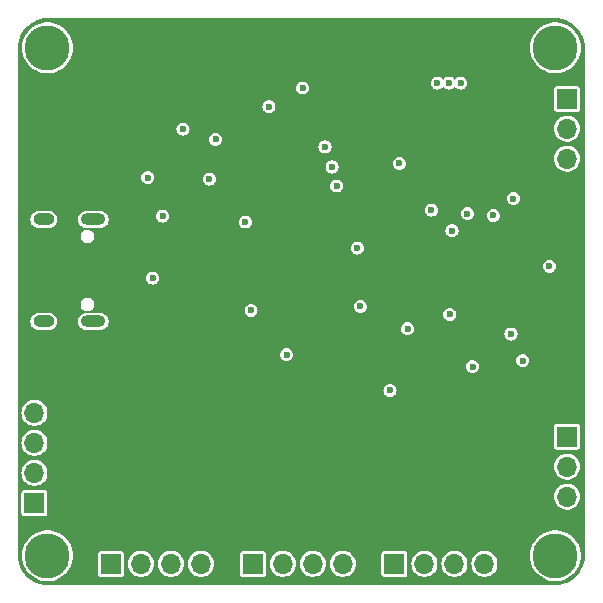
<source format=gbr>
%TF.GenerationSoftware,KiCad,Pcbnew,8.0.5*%
%TF.CreationDate,2024-09-30T22:06:01+02:00*%
%TF.ProjectId,GLITCHING_FMAW,474c4954-4348-4494-9e47-5f464d41572e,rev?*%
%TF.SameCoordinates,Original*%
%TF.FileFunction,Copper,L2,Inr*%
%TF.FilePolarity,Positive*%
%FSLAX46Y46*%
G04 Gerber Fmt 4.6, Leading zero omitted, Abs format (unit mm)*
G04 Created by KiCad (PCBNEW 8.0.5) date 2024-09-30 22:06:01*
%MOMM*%
%LPD*%
G01*
G04 APERTURE LIST*
%TA.AperFunction,ComponentPad*%
%ADD10R,1.700000X1.700000*%
%TD*%
%TA.AperFunction,ComponentPad*%
%ADD11O,1.700000X1.700000*%
%TD*%
%TA.AperFunction,ComponentPad*%
%ADD12C,3.800000*%
%TD*%
%TA.AperFunction,ComponentPad*%
%ADD13O,2.100000X1.000000*%
%TD*%
%TA.AperFunction,ComponentPad*%
%ADD14O,1.800000X1.000000*%
%TD*%
%TA.AperFunction,ViaPad*%
%ADD15C,0.600000*%
%TD*%
G04 APERTURE END LIST*
D10*
%TO.N,GND*%
%TO.C,J3*%
X77000000Y-59920000D03*
D11*
%TO.N,Net-(J3-Pin_2)*%
X77000000Y-62460000D03*
%TO.N,GND*%
X77000000Y-65000000D03*
%TD*%
D10*
%TO.N,Net-(J5-Pin_1)*%
%TO.C,J5*%
X50380000Y-70700000D03*
D11*
%TO.N,Net-(J5-Pin_2)*%
X52920000Y-70700000D03*
%TO.N,Net-(J5-Pin_3)*%
X55459999Y-70700000D03*
%TO.N,Net-(J5-Pin_4)*%
X58000000Y-70700000D03*
%TD*%
D10*
%TO.N,GND*%
%TO.C,J2*%
X77000000Y-31320001D03*
D11*
%TO.N,Net-(J2-Pin_2)*%
X77000000Y-33860001D03*
%TO.N,GND*%
X77000000Y-36400000D03*
%TD*%
D10*
%TO.N,Net-(J6-Pin_1)*%
%TO.C,J6*%
X62380000Y-70700000D03*
D11*
%TO.N,Net-(J6-Pin_2)*%
X64920000Y-70700000D03*
%TO.N,Net-(J6-Pin_3)*%
X67459999Y-70700000D03*
%TO.N,Net-(J6-Pin_4)*%
X70000000Y-70700000D03*
%TD*%
D12*
%TO.N,N/C*%
%TO.C,H1*%
X33000000Y-27000000D03*
%TD*%
%TO.N,N/C*%
%TO.C,H2*%
X33000000Y-70000000D03*
%TD*%
D10*
%TO.N,Net-(J4-Pin_1)*%
%TO.C,J4*%
X38380000Y-70700000D03*
D11*
%TO.N,Net-(J4-Pin_2)*%
X40920000Y-70700000D03*
%TO.N,Net-(J4-Pin_3)*%
X43459999Y-70700000D03*
%TO.N,Net-(J4-Pin_4)*%
X46000000Y-70700000D03*
%TD*%
D13*
%TO.N,GND*%
%TO.C,J1*%
X36880000Y-41540000D03*
D14*
X32700000Y-41540000D03*
D13*
X36880000Y-50180000D03*
D14*
X32700000Y-50180000D03*
%TD*%
D12*
%TO.N,N/C*%
%TO.C,H4*%
X76000000Y-27000000D03*
%TD*%
D10*
%TO.N,GND*%
%TO.C,J7*%
X31900000Y-65540000D03*
D11*
X31900000Y-63000000D03*
X31900000Y-60460001D03*
X31900000Y-57920000D03*
%TD*%
D12*
%TO.N,N/C*%
%TO.C,H3*%
X76000000Y-70000000D03*
%TD*%
D15*
%TO.N,GND*%
X67250000Y-42500000D03*
X72250000Y-51250000D03*
X49750000Y-41750000D03*
X57100000Y-37100000D03*
X70750000Y-41200000D03*
X62800000Y-36800000D03*
X65500000Y-40750000D03*
X56500000Y-35400000D03*
X75500000Y-45500000D03*
X54600000Y-30400000D03*
X62000000Y-56000000D03*
X67070000Y-49580000D03*
X69000000Y-54000000D03*
X42750000Y-41250000D03*
X50250000Y-49250000D03*
X47250000Y-34750000D03*
X57500000Y-38700000D03*
X63500000Y-50800000D03*
X73250000Y-53500000D03*
X46716003Y-38122809D03*
X53250000Y-53000000D03*
%TO.N,VBUS*%
X44475000Y-33895002D03*
X41500000Y-38000000D03*
X41900000Y-46500000D03*
X51750000Y-32000000D03*
%TO.N,+3.3V*%
X41750000Y-28250000D03*
X39255469Y-30742294D03*
X39250000Y-29750000D03*
X36750000Y-28250000D03*
X62206250Y-42006250D03*
X61000000Y-47500000D03*
X53875000Y-42525000D03*
X60424403Y-49059399D03*
X63300000Y-43600000D03*
X35500000Y-28250000D03*
X58630602Y-48993034D03*
X52875000Y-47460000D03*
X68700000Y-51675000D03*
X40337500Y-51587500D03*
X58725000Y-41475000D03*
X39250000Y-32750000D03*
X39250000Y-31750000D03*
%TO.N,+3.3VA*%
X66000000Y-30000000D03*
X68000000Y-30000000D03*
X67000000Y-30000000D03*
X68550000Y-41050000D03*
X72450000Y-39775000D03*
%TO.N,+1V1*%
X59500000Y-48900000D03*
X59228225Y-43960000D03*
%TD*%
%TA.AperFunction,Conductor*%
%TO.N,+3.3V*%
G36*
X76001470Y-24500589D02*
G01*
X76062476Y-24504279D01*
X76298332Y-24518545D01*
X76304199Y-24519258D01*
X76595259Y-24572597D01*
X76600990Y-24574009D01*
X76883505Y-24662045D01*
X76889035Y-24664142D01*
X77158878Y-24785589D01*
X77164105Y-24788331D01*
X77369074Y-24912240D01*
X77417342Y-24941419D01*
X77422211Y-24944780D01*
X77655142Y-25127269D01*
X77659571Y-25131193D01*
X77868806Y-25340428D01*
X77872730Y-25344857D01*
X78055219Y-25577788D01*
X78058580Y-25582657D01*
X78211664Y-25835888D01*
X78214414Y-25841128D01*
X78335856Y-26110962D01*
X78337954Y-26116494D01*
X78425987Y-26399000D01*
X78427403Y-26404746D01*
X78480740Y-26695798D01*
X78481454Y-26701671D01*
X78499411Y-26998528D01*
X78499500Y-27001487D01*
X78499500Y-69998512D01*
X78499411Y-70001471D01*
X78481454Y-70298328D01*
X78480740Y-70304201D01*
X78427403Y-70595253D01*
X78425987Y-70600999D01*
X78337954Y-70883505D01*
X78335856Y-70889037D01*
X78214414Y-71158871D01*
X78211664Y-71164111D01*
X78058580Y-71417342D01*
X78055219Y-71422211D01*
X77872730Y-71655142D01*
X77868806Y-71659571D01*
X77659571Y-71868806D01*
X77655142Y-71872730D01*
X77422211Y-72055219D01*
X77417342Y-72058580D01*
X77164111Y-72211664D01*
X77158871Y-72214414D01*
X76889037Y-72335856D01*
X76883505Y-72337954D01*
X76600999Y-72425987D01*
X76595253Y-72427403D01*
X76304201Y-72480740D01*
X76298328Y-72481454D01*
X76001471Y-72499411D01*
X75998512Y-72499500D01*
X33001488Y-72499500D01*
X32998529Y-72499411D01*
X32701671Y-72481454D01*
X32695798Y-72480740D01*
X32404746Y-72427403D01*
X32399000Y-72425987D01*
X32116494Y-72337954D01*
X32110962Y-72335856D01*
X31841128Y-72214414D01*
X31835888Y-72211664D01*
X31582657Y-72058580D01*
X31577788Y-72055219D01*
X31344857Y-71872730D01*
X31340428Y-71868806D01*
X31131193Y-71659571D01*
X31127269Y-71655142D01*
X31064744Y-71575335D01*
X30944780Y-71422211D01*
X30941419Y-71417342D01*
X30859494Y-71281822D01*
X30788331Y-71164105D01*
X30785589Y-71158878D01*
X30664142Y-70889035D01*
X30662045Y-70883505D01*
X30654338Y-70858771D01*
X30574009Y-70600990D01*
X30572596Y-70595253D01*
X30570084Y-70581546D01*
X30519258Y-70304199D01*
X30518545Y-70298327D01*
X30500589Y-70001470D01*
X30500545Y-70000000D01*
X30844475Y-70000000D01*
X30864551Y-70293512D01*
X30924405Y-70581546D01*
X30930313Y-70598170D01*
X31022928Y-70858764D01*
X31147538Y-71099248D01*
X31158276Y-71119972D01*
X31158280Y-71119980D01*
X31201145Y-71180705D01*
X31327935Y-71360326D01*
X31528740Y-71575335D01*
X31756951Y-71760999D01*
X32008318Y-71913859D01*
X32278159Y-72031067D01*
X32561445Y-72110440D01*
X32812841Y-72144993D01*
X32852901Y-72150500D01*
X32852902Y-72150500D01*
X33147099Y-72150500D01*
X33182318Y-72145659D01*
X33438555Y-72110440D01*
X33721841Y-72031067D01*
X33991682Y-71913859D01*
X34243049Y-71760999D01*
X34471260Y-71575335D01*
X34672065Y-71360326D01*
X34841722Y-71119976D01*
X34977072Y-70858764D01*
X35075592Y-70581554D01*
X35093181Y-70496914D01*
X35135448Y-70293512D01*
X35136733Y-70274720D01*
X35155525Y-70000000D01*
X35143577Y-69825322D01*
X37279500Y-69825322D01*
X37279500Y-71574677D01*
X37294033Y-71647739D01*
X37349398Y-71730601D01*
X37397924Y-71763024D01*
X37432260Y-71785966D01*
X37505326Y-71800500D01*
X39254674Y-71800500D01*
X39327740Y-71785966D01*
X39410601Y-71730601D01*
X39465966Y-71647740D01*
X39480500Y-71574674D01*
X39480500Y-70700000D01*
X39814785Y-70700000D01*
X39833602Y-70903079D01*
X39833603Y-70903085D01*
X39889417Y-71099248D01*
X39889420Y-71099255D01*
X39980325Y-71281818D01*
X39980328Y-71281822D01*
X40103233Y-71444576D01*
X40103236Y-71444579D01*
X40253954Y-71581977D01*
X40253955Y-71581978D01*
X40253959Y-71581981D01*
X40427363Y-71689348D01*
X40617544Y-71763024D01*
X40818024Y-71800500D01*
X40818026Y-71800500D01*
X41021974Y-71800500D01*
X41021976Y-71800500D01*
X41222456Y-71763024D01*
X41412637Y-71689348D01*
X41586041Y-71581981D01*
X41736764Y-71444579D01*
X41859673Y-71281821D01*
X41950582Y-71099250D01*
X42006397Y-70903083D01*
X42025215Y-70700000D01*
X42354784Y-70700000D01*
X42373601Y-70903079D01*
X42373602Y-70903085D01*
X42429416Y-71099248D01*
X42429419Y-71099255D01*
X42520324Y-71281818D01*
X42520327Y-71281822D01*
X42643232Y-71444576D01*
X42643235Y-71444579D01*
X42793953Y-71581977D01*
X42793954Y-71581978D01*
X42793958Y-71581981D01*
X42967362Y-71689348D01*
X43157543Y-71763024D01*
X43358023Y-71800500D01*
X43358025Y-71800500D01*
X43561973Y-71800500D01*
X43561975Y-71800500D01*
X43762455Y-71763024D01*
X43952636Y-71689348D01*
X44126040Y-71581981D01*
X44276763Y-71444579D01*
X44399672Y-71281821D01*
X44490581Y-71099250D01*
X44546396Y-70903083D01*
X44565214Y-70700000D01*
X44894785Y-70700000D01*
X44913602Y-70903079D01*
X44913603Y-70903085D01*
X44969417Y-71099248D01*
X44969420Y-71099255D01*
X45060325Y-71281818D01*
X45060328Y-71281822D01*
X45183233Y-71444576D01*
X45183236Y-71444579D01*
X45333954Y-71581977D01*
X45333955Y-71581978D01*
X45333959Y-71581981D01*
X45507363Y-71689348D01*
X45697544Y-71763024D01*
X45898024Y-71800500D01*
X45898026Y-71800500D01*
X46101974Y-71800500D01*
X46101976Y-71800500D01*
X46302456Y-71763024D01*
X46492637Y-71689348D01*
X46666041Y-71581981D01*
X46816764Y-71444579D01*
X46939673Y-71281821D01*
X47030582Y-71099250D01*
X47086397Y-70903083D01*
X47105215Y-70700000D01*
X47086397Y-70496917D01*
X47030582Y-70300750D01*
X46939673Y-70118179D01*
X46878218Y-70036800D01*
X46816766Y-69955423D01*
X46816763Y-69955420D01*
X46674053Y-69825322D01*
X49279500Y-69825322D01*
X49279500Y-71574677D01*
X49294033Y-71647739D01*
X49349398Y-71730601D01*
X49397924Y-71763024D01*
X49432260Y-71785966D01*
X49505326Y-71800500D01*
X51254674Y-71800500D01*
X51327740Y-71785966D01*
X51410601Y-71730601D01*
X51465966Y-71647740D01*
X51480500Y-71574674D01*
X51480500Y-70700000D01*
X51814785Y-70700000D01*
X51833602Y-70903079D01*
X51833603Y-70903085D01*
X51889417Y-71099248D01*
X51889420Y-71099255D01*
X51980325Y-71281818D01*
X51980328Y-71281822D01*
X52103233Y-71444576D01*
X52103236Y-71444579D01*
X52253954Y-71581977D01*
X52253955Y-71581978D01*
X52253959Y-71581981D01*
X52427363Y-71689348D01*
X52617544Y-71763024D01*
X52818024Y-71800500D01*
X52818026Y-71800500D01*
X53021974Y-71800500D01*
X53021976Y-71800500D01*
X53222456Y-71763024D01*
X53412637Y-71689348D01*
X53586041Y-71581981D01*
X53736764Y-71444579D01*
X53859673Y-71281821D01*
X53950582Y-71099250D01*
X54006397Y-70903083D01*
X54025215Y-70700000D01*
X54354784Y-70700000D01*
X54373601Y-70903079D01*
X54373602Y-70903085D01*
X54429416Y-71099248D01*
X54429419Y-71099255D01*
X54520324Y-71281818D01*
X54520327Y-71281822D01*
X54643232Y-71444576D01*
X54643235Y-71444579D01*
X54793953Y-71581977D01*
X54793954Y-71581978D01*
X54793958Y-71581981D01*
X54967362Y-71689348D01*
X55157543Y-71763024D01*
X55358023Y-71800500D01*
X55358025Y-71800500D01*
X55561973Y-71800500D01*
X55561975Y-71800500D01*
X55762455Y-71763024D01*
X55952636Y-71689348D01*
X56126040Y-71581981D01*
X56276763Y-71444579D01*
X56399672Y-71281821D01*
X56490581Y-71099250D01*
X56546396Y-70903083D01*
X56565214Y-70700000D01*
X56894785Y-70700000D01*
X56913602Y-70903079D01*
X56913603Y-70903085D01*
X56969417Y-71099248D01*
X56969420Y-71099255D01*
X57060325Y-71281818D01*
X57060328Y-71281822D01*
X57183233Y-71444576D01*
X57183236Y-71444579D01*
X57333954Y-71581977D01*
X57333955Y-71581978D01*
X57333959Y-71581981D01*
X57507363Y-71689348D01*
X57697544Y-71763024D01*
X57898024Y-71800500D01*
X57898026Y-71800500D01*
X58101974Y-71800500D01*
X58101976Y-71800500D01*
X58302456Y-71763024D01*
X58492637Y-71689348D01*
X58666041Y-71581981D01*
X58816764Y-71444579D01*
X58939673Y-71281821D01*
X59030582Y-71099250D01*
X59086397Y-70903083D01*
X59105215Y-70700000D01*
X59086397Y-70496917D01*
X59030582Y-70300750D01*
X58939673Y-70118179D01*
X58878218Y-70036800D01*
X58816766Y-69955423D01*
X58816763Y-69955420D01*
X58674053Y-69825322D01*
X61279500Y-69825322D01*
X61279500Y-71574677D01*
X61294033Y-71647739D01*
X61349398Y-71730601D01*
X61397924Y-71763024D01*
X61432260Y-71785966D01*
X61505326Y-71800500D01*
X63254674Y-71800500D01*
X63327740Y-71785966D01*
X63410601Y-71730601D01*
X63465966Y-71647740D01*
X63480500Y-71574674D01*
X63480500Y-70700000D01*
X63814785Y-70700000D01*
X63833602Y-70903079D01*
X63833603Y-70903085D01*
X63889417Y-71099248D01*
X63889420Y-71099255D01*
X63980325Y-71281818D01*
X63980328Y-71281822D01*
X64103233Y-71444576D01*
X64103236Y-71444579D01*
X64253954Y-71581977D01*
X64253955Y-71581978D01*
X64253959Y-71581981D01*
X64427363Y-71689348D01*
X64617544Y-71763024D01*
X64818024Y-71800500D01*
X64818026Y-71800500D01*
X65021974Y-71800500D01*
X65021976Y-71800500D01*
X65222456Y-71763024D01*
X65412637Y-71689348D01*
X65586041Y-71581981D01*
X65736764Y-71444579D01*
X65859673Y-71281821D01*
X65950582Y-71099250D01*
X66006397Y-70903083D01*
X66025215Y-70700000D01*
X66354784Y-70700000D01*
X66373601Y-70903079D01*
X66373602Y-70903085D01*
X66429416Y-71099248D01*
X66429419Y-71099255D01*
X66520324Y-71281818D01*
X66520327Y-71281822D01*
X66643232Y-71444576D01*
X66643235Y-71444579D01*
X66793953Y-71581977D01*
X66793954Y-71581978D01*
X66793958Y-71581981D01*
X66967362Y-71689348D01*
X67157543Y-71763024D01*
X67358023Y-71800500D01*
X67358025Y-71800500D01*
X67561973Y-71800500D01*
X67561975Y-71800500D01*
X67762455Y-71763024D01*
X67952636Y-71689348D01*
X68126040Y-71581981D01*
X68276763Y-71444579D01*
X68399672Y-71281821D01*
X68490581Y-71099250D01*
X68546396Y-70903083D01*
X68565214Y-70700000D01*
X68894785Y-70700000D01*
X68913602Y-70903079D01*
X68913603Y-70903085D01*
X68969417Y-71099248D01*
X68969420Y-71099255D01*
X69060325Y-71281818D01*
X69060328Y-71281822D01*
X69183233Y-71444576D01*
X69183236Y-71444579D01*
X69333954Y-71581977D01*
X69333955Y-71581978D01*
X69333959Y-71581981D01*
X69507363Y-71689348D01*
X69697544Y-71763024D01*
X69898024Y-71800500D01*
X69898026Y-71800500D01*
X70101974Y-71800500D01*
X70101976Y-71800500D01*
X70302456Y-71763024D01*
X70492637Y-71689348D01*
X70666041Y-71581981D01*
X70816764Y-71444579D01*
X70939673Y-71281821D01*
X71030582Y-71099250D01*
X71086397Y-70903083D01*
X71105215Y-70700000D01*
X71086397Y-70496917D01*
X71030582Y-70300750D01*
X70939673Y-70118179D01*
X70878218Y-70036800D01*
X70850428Y-70000000D01*
X73844475Y-70000000D01*
X73864551Y-70293512D01*
X73924405Y-70581546D01*
X73930313Y-70598170D01*
X74022928Y-70858764D01*
X74147538Y-71099248D01*
X74158276Y-71119972D01*
X74158280Y-71119980D01*
X74201145Y-71180705D01*
X74327935Y-71360326D01*
X74528740Y-71575335D01*
X74756951Y-71760999D01*
X75008318Y-71913859D01*
X75278159Y-72031067D01*
X75561445Y-72110440D01*
X75812841Y-72144993D01*
X75852901Y-72150500D01*
X75852902Y-72150500D01*
X76147099Y-72150500D01*
X76182318Y-72145659D01*
X76438555Y-72110440D01*
X76721841Y-72031067D01*
X76991682Y-71913859D01*
X77243049Y-71760999D01*
X77471260Y-71575335D01*
X77672065Y-71360326D01*
X77841722Y-71119976D01*
X77977072Y-70858764D01*
X78075592Y-70581554D01*
X78093181Y-70496914D01*
X78135448Y-70293512D01*
X78136733Y-70274720D01*
X78155525Y-70000000D01*
X78135448Y-69706489D01*
X78127741Y-69669399D01*
X78075594Y-69418453D01*
X78075592Y-69418446D01*
X77977072Y-69141236D01*
X77841722Y-68880024D01*
X77841720Y-68880021D01*
X77841719Y-68880019D01*
X77787189Y-68802768D01*
X77672065Y-68639674D01*
X77471260Y-68424665D01*
X77243049Y-68239001D01*
X76991682Y-68086141D01*
X76991678Y-68086139D01*
X76991676Y-68086138D01*
X76721842Y-67968933D01*
X76438560Y-67889561D01*
X76438555Y-67889560D01*
X76147099Y-67849500D01*
X76147098Y-67849500D01*
X75852902Y-67849500D01*
X75852901Y-67849500D01*
X75561444Y-67889560D01*
X75561439Y-67889561D01*
X75278157Y-67968933D01*
X75008323Y-68086138D01*
X74756949Y-68239002D01*
X74528748Y-68424658D01*
X74528737Y-68424668D01*
X74327939Y-68639669D01*
X74327933Y-68639677D01*
X74158280Y-68880019D01*
X74158276Y-68880027D01*
X74022932Y-69141228D01*
X74022928Y-69141237D01*
X73924405Y-69418453D01*
X73864551Y-69706487D01*
X73844475Y-70000000D01*
X70850428Y-70000000D01*
X70816766Y-69955423D01*
X70816763Y-69955420D01*
X70666045Y-69818022D01*
X70666042Y-69818020D01*
X70666041Y-69818019D01*
X70492637Y-69710652D01*
X70492634Y-69710651D01*
X70492633Y-69710650D01*
X70302462Y-69636978D01*
X70302460Y-69636977D01*
X70302456Y-69636976D01*
X70101976Y-69599500D01*
X69898024Y-69599500D01*
X69697544Y-69636976D01*
X69697540Y-69636977D01*
X69697537Y-69636978D01*
X69507366Y-69710650D01*
X69333954Y-69818022D01*
X69183236Y-69955420D01*
X69183233Y-69955423D01*
X69060328Y-70118177D01*
X69060325Y-70118181D01*
X68969420Y-70300744D01*
X68969417Y-70300751D01*
X68913603Y-70496914D01*
X68913602Y-70496920D01*
X68894785Y-70700000D01*
X68565214Y-70700000D01*
X68546396Y-70496917D01*
X68490581Y-70300750D01*
X68399672Y-70118179D01*
X68338217Y-70036800D01*
X68276765Y-69955423D01*
X68276762Y-69955420D01*
X68126044Y-69818022D01*
X68126041Y-69818020D01*
X68126040Y-69818019D01*
X67952636Y-69710652D01*
X67952633Y-69710651D01*
X67952632Y-69710650D01*
X67762461Y-69636978D01*
X67762459Y-69636977D01*
X67762455Y-69636976D01*
X67561975Y-69599500D01*
X67358023Y-69599500D01*
X67157543Y-69636976D01*
X67157539Y-69636977D01*
X67157536Y-69636978D01*
X66967365Y-69710650D01*
X66793953Y-69818022D01*
X66643235Y-69955420D01*
X66643232Y-69955423D01*
X66520327Y-70118177D01*
X66520324Y-70118181D01*
X66429419Y-70300744D01*
X66429416Y-70300751D01*
X66373602Y-70496914D01*
X66373601Y-70496920D01*
X66354784Y-70700000D01*
X66025215Y-70700000D01*
X66006397Y-70496917D01*
X65950582Y-70300750D01*
X65859673Y-70118179D01*
X65798218Y-70036800D01*
X65736766Y-69955423D01*
X65736763Y-69955420D01*
X65586045Y-69818022D01*
X65586042Y-69818020D01*
X65586041Y-69818019D01*
X65412637Y-69710652D01*
X65412634Y-69710651D01*
X65412633Y-69710650D01*
X65222462Y-69636978D01*
X65222460Y-69636977D01*
X65222456Y-69636976D01*
X65021976Y-69599500D01*
X64818024Y-69599500D01*
X64617544Y-69636976D01*
X64617540Y-69636977D01*
X64617537Y-69636978D01*
X64427366Y-69710650D01*
X64253954Y-69818022D01*
X64103236Y-69955420D01*
X64103233Y-69955423D01*
X63980328Y-70118177D01*
X63980325Y-70118181D01*
X63889420Y-70300744D01*
X63889417Y-70300751D01*
X63833603Y-70496914D01*
X63833602Y-70496920D01*
X63814785Y-70700000D01*
X63480500Y-70700000D01*
X63480500Y-69825326D01*
X63465966Y-69752260D01*
X63438164Y-69710650D01*
X63410601Y-69669398D01*
X63327739Y-69614033D01*
X63254677Y-69599500D01*
X63254674Y-69599500D01*
X61505326Y-69599500D01*
X61505322Y-69599500D01*
X61432260Y-69614033D01*
X61349398Y-69669398D01*
X61294033Y-69752260D01*
X61279500Y-69825322D01*
X58674053Y-69825322D01*
X58666045Y-69818022D01*
X58666042Y-69818020D01*
X58666041Y-69818019D01*
X58492637Y-69710652D01*
X58492634Y-69710651D01*
X58492633Y-69710650D01*
X58302462Y-69636978D01*
X58302460Y-69636977D01*
X58302456Y-69636976D01*
X58101976Y-69599500D01*
X57898024Y-69599500D01*
X57697544Y-69636976D01*
X57697540Y-69636977D01*
X57697537Y-69636978D01*
X57507366Y-69710650D01*
X57333954Y-69818022D01*
X57183236Y-69955420D01*
X57183233Y-69955423D01*
X57060328Y-70118177D01*
X57060325Y-70118181D01*
X56969420Y-70300744D01*
X56969417Y-70300751D01*
X56913603Y-70496914D01*
X56913602Y-70496920D01*
X56894785Y-70700000D01*
X56565214Y-70700000D01*
X56546396Y-70496917D01*
X56490581Y-70300750D01*
X56399672Y-70118179D01*
X56338217Y-70036800D01*
X56276765Y-69955423D01*
X56276762Y-69955420D01*
X56126044Y-69818022D01*
X56126041Y-69818020D01*
X56126040Y-69818019D01*
X55952636Y-69710652D01*
X55952633Y-69710651D01*
X55952632Y-69710650D01*
X55762461Y-69636978D01*
X55762459Y-69636977D01*
X55762455Y-69636976D01*
X55561975Y-69599500D01*
X55358023Y-69599500D01*
X55157543Y-69636976D01*
X55157539Y-69636977D01*
X55157536Y-69636978D01*
X54967365Y-69710650D01*
X54793953Y-69818022D01*
X54643235Y-69955420D01*
X54643232Y-69955423D01*
X54520327Y-70118177D01*
X54520324Y-70118181D01*
X54429419Y-70300744D01*
X54429416Y-70300751D01*
X54373602Y-70496914D01*
X54373601Y-70496920D01*
X54354784Y-70700000D01*
X54025215Y-70700000D01*
X54006397Y-70496917D01*
X53950582Y-70300750D01*
X53859673Y-70118179D01*
X53798218Y-70036800D01*
X53736766Y-69955423D01*
X53736763Y-69955420D01*
X53586045Y-69818022D01*
X53586042Y-69818020D01*
X53586041Y-69818019D01*
X53412637Y-69710652D01*
X53412634Y-69710651D01*
X53412633Y-69710650D01*
X53222462Y-69636978D01*
X53222460Y-69636977D01*
X53222456Y-69636976D01*
X53021976Y-69599500D01*
X52818024Y-69599500D01*
X52617544Y-69636976D01*
X52617540Y-69636977D01*
X52617537Y-69636978D01*
X52427366Y-69710650D01*
X52253954Y-69818022D01*
X52103236Y-69955420D01*
X52103233Y-69955423D01*
X51980328Y-70118177D01*
X51980325Y-70118181D01*
X51889420Y-70300744D01*
X51889417Y-70300751D01*
X51833603Y-70496914D01*
X51833602Y-70496920D01*
X51814785Y-70700000D01*
X51480500Y-70700000D01*
X51480500Y-69825326D01*
X51465966Y-69752260D01*
X51438164Y-69710650D01*
X51410601Y-69669398D01*
X51327739Y-69614033D01*
X51254677Y-69599500D01*
X51254674Y-69599500D01*
X49505326Y-69599500D01*
X49505322Y-69599500D01*
X49432260Y-69614033D01*
X49349398Y-69669398D01*
X49294033Y-69752260D01*
X49279500Y-69825322D01*
X46674053Y-69825322D01*
X46666045Y-69818022D01*
X46666042Y-69818020D01*
X46666041Y-69818019D01*
X46492637Y-69710652D01*
X46492634Y-69710651D01*
X46492633Y-69710650D01*
X46302462Y-69636978D01*
X46302460Y-69636977D01*
X46302456Y-69636976D01*
X46101976Y-69599500D01*
X45898024Y-69599500D01*
X45697544Y-69636976D01*
X45697540Y-69636977D01*
X45697537Y-69636978D01*
X45507366Y-69710650D01*
X45333954Y-69818022D01*
X45183236Y-69955420D01*
X45183233Y-69955423D01*
X45060328Y-70118177D01*
X45060325Y-70118181D01*
X44969420Y-70300744D01*
X44969417Y-70300751D01*
X44913603Y-70496914D01*
X44913602Y-70496920D01*
X44894785Y-70700000D01*
X44565214Y-70700000D01*
X44546396Y-70496917D01*
X44490581Y-70300750D01*
X44399672Y-70118179D01*
X44338217Y-70036800D01*
X44276765Y-69955423D01*
X44276762Y-69955420D01*
X44126044Y-69818022D01*
X44126041Y-69818020D01*
X44126040Y-69818019D01*
X43952636Y-69710652D01*
X43952633Y-69710651D01*
X43952632Y-69710650D01*
X43762461Y-69636978D01*
X43762459Y-69636977D01*
X43762455Y-69636976D01*
X43561975Y-69599500D01*
X43358023Y-69599500D01*
X43157543Y-69636976D01*
X43157539Y-69636977D01*
X43157536Y-69636978D01*
X42967365Y-69710650D01*
X42793953Y-69818022D01*
X42643235Y-69955420D01*
X42643232Y-69955423D01*
X42520327Y-70118177D01*
X42520324Y-70118181D01*
X42429419Y-70300744D01*
X42429416Y-70300751D01*
X42373602Y-70496914D01*
X42373601Y-70496920D01*
X42354784Y-70700000D01*
X42025215Y-70700000D01*
X42006397Y-70496917D01*
X41950582Y-70300750D01*
X41859673Y-70118179D01*
X41798218Y-70036800D01*
X41736766Y-69955423D01*
X41736763Y-69955420D01*
X41586045Y-69818022D01*
X41586042Y-69818020D01*
X41586041Y-69818019D01*
X41412637Y-69710652D01*
X41412634Y-69710651D01*
X41412633Y-69710650D01*
X41222462Y-69636978D01*
X41222460Y-69636977D01*
X41222456Y-69636976D01*
X41021976Y-69599500D01*
X40818024Y-69599500D01*
X40617544Y-69636976D01*
X40617540Y-69636977D01*
X40617537Y-69636978D01*
X40427366Y-69710650D01*
X40253954Y-69818022D01*
X40103236Y-69955420D01*
X40103233Y-69955423D01*
X39980328Y-70118177D01*
X39980325Y-70118181D01*
X39889420Y-70300744D01*
X39889417Y-70300751D01*
X39833603Y-70496914D01*
X39833602Y-70496920D01*
X39814785Y-70700000D01*
X39480500Y-70700000D01*
X39480500Y-69825326D01*
X39465966Y-69752260D01*
X39438164Y-69710650D01*
X39410601Y-69669398D01*
X39327739Y-69614033D01*
X39254677Y-69599500D01*
X39254674Y-69599500D01*
X37505326Y-69599500D01*
X37505322Y-69599500D01*
X37432260Y-69614033D01*
X37349398Y-69669398D01*
X37294033Y-69752260D01*
X37279500Y-69825322D01*
X35143577Y-69825322D01*
X35135448Y-69706489D01*
X35127741Y-69669399D01*
X35075594Y-69418453D01*
X35075592Y-69418446D01*
X34977072Y-69141236D01*
X34841722Y-68880024D01*
X34841720Y-68880021D01*
X34841719Y-68880019D01*
X34787189Y-68802768D01*
X34672065Y-68639674D01*
X34471260Y-68424665D01*
X34243049Y-68239001D01*
X33991682Y-68086141D01*
X33991678Y-68086139D01*
X33991676Y-68086138D01*
X33721842Y-67968933D01*
X33438560Y-67889561D01*
X33438555Y-67889560D01*
X33147099Y-67849500D01*
X33147098Y-67849500D01*
X32852902Y-67849500D01*
X32852901Y-67849500D01*
X32561444Y-67889560D01*
X32561439Y-67889561D01*
X32278157Y-67968933D01*
X32008323Y-68086138D01*
X31756949Y-68239002D01*
X31528748Y-68424658D01*
X31528737Y-68424668D01*
X31327939Y-68639669D01*
X31327933Y-68639677D01*
X31158280Y-68880019D01*
X31158276Y-68880027D01*
X31022932Y-69141228D01*
X31022928Y-69141237D01*
X30924405Y-69418453D01*
X30864551Y-69706487D01*
X30844475Y-70000000D01*
X30500545Y-70000000D01*
X30500500Y-69998512D01*
X30500500Y-64665322D01*
X30799500Y-64665322D01*
X30799500Y-66414677D01*
X30814033Y-66487739D01*
X30869398Y-66570601D01*
X30952260Y-66625966D01*
X31025326Y-66640500D01*
X32774674Y-66640500D01*
X32847740Y-66625966D01*
X32930601Y-66570601D01*
X32985966Y-66487740D01*
X33000500Y-66414674D01*
X33000500Y-65000000D01*
X75894785Y-65000000D01*
X75913602Y-65203079D01*
X75913603Y-65203085D01*
X75969417Y-65399248D01*
X75969420Y-65399255D01*
X76060325Y-65581818D01*
X76060328Y-65581822D01*
X76183233Y-65744576D01*
X76183236Y-65744579D01*
X76333954Y-65881977D01*
X76333955Y-65881978D01*
X76333959Y-65881981D01*
X76507363Y-65989348D01*
X76697544Y-66063024D01*
X76898024Y-66100500D01*
X76898026Y-66100500D01*
X77101974Y-66100500D01*
X77101976Y-66100500D01*
X77302456Y-66063024D01*
X77492637Y-65989348D01*
X77666041Y-65881981D01*
X77816764Y-65744579D01*
X77939673Y-65581821D01*
X78030582Y-65399250D01*
X78086397Y-65203083D01*
X78105215Y-65000000D01*
X78086397Y-64796917D01*
X78030582Y-64600750D01*
X77939673Y-64418179D01*
X77816764Y-64255421D01*
X77816763Y-64255420D01*
X77666045Y-64118022D01*
X77666042Y-64118020D01*
X77666041Y-64118019D01*
X77492637Y-64010652D01*
X77492634Y-64010651D01*
X77492633Y-64010650D01*
X77302462Y-63936978D01*
X77302460Y-63936977D01*
X77302456Y-63936976D01*
X77101976Y-63899500D01*
X76898024Y-63899500D01*
X76697544Y-63936976D01*
X76697540Y-63936977D01*
X76697537Y-63936978D01*
X76507366Y-64010650D01*
X76333954Y-64118022D01*
X76183236Y-64255420D01*
X76183233Y-64255423D01*
X76060328Y-64418177D01*
X76060325Y-64418181D01*
X75969420Y-64600744D01*
X75969417Y-64600751D01*
X75913603Y-64796914D01*
X75913602Y-64796920D01*
X75894785Y-65000000D01*
X33000500Y-65000000D01*
X33000500Y-64665326D01*
X32985966Y-64592260D01*
X32930601Y-64509398D01*
X32847739Y-64454033D01*
X32774677Y-64439500D01*
X32774674Y-64439500D01*
X31025326Y-64439500D01*
X31025322Y-64439500D01*
X30952260Y-64454033D01*
X30869398Y-64509398D01*
X30814033Y-64592260D01*
X30799500Y-64665322D01*
X30500500Y-64665322D01*
X30500500Y-63000000D01*
X30794785Y-63000000D01*
X30813602Y-63203079D01*
X30813603Y-63203085D01*
X30869417Y-63399248D01*
X30869420Y-63399255D01*
X30960325Y-63581818D01*
X30960328Y-63581822D01*
X31083233Y-63744576D01*
X31083236Y-63744579D01*
X31233954Y-63881977D01*
X31233955Y-63881978D01*
X31233959Y-63881981D01*
X31407363Y-63989348D01*
X31597544Y-64063024D01*
X31798024Y-64100500D01*
X31798026Y-64100500D01*
X32001974Y-64100500D01*
X32001976Y-64100500D01*
X32202456Y-64063024D01*
X32392637Y-63989348D01*
X32566041Y-63881981D01*
X32716764Y-63744579D01*
X32839673Y-63581821D01*
X32930582Y-63399250D01*
X32986397Y-63203083D01*
X33005215Y-63000000D01*
X32986397Y-62796917D01*
X32930582Y-62600750D01*
X32860497Y-62460000D01*
X75894785Y-62460000D01*
X75913602Y-62663079D01*
X75913603Y-62663085D01*
X75969417Y-62859248D01*
X75969420Y-62859255D01*
X76060325Y-63041818D01*
X76060328Y-63041822D01*
X76183233Y-63204576D01*
X76183236Y-63204579D01*
X76333954Y-63341977D01*
X76333955Y-63341978D01*
X76333959Y-63341981D01*
X76507363Y-63449348D01*
X76697544Y-63523024D01*
X76898024Y-63560500D01*
X76898026Y-63560500D01*
X77101974Y-63560500D01*
X77101976Y-63560500D01*
X77302456Y-63523024D01*
X77492637Y-63449348D01*
X77666041Y-63341981D01*
X77816764Y-63204579D01*
X77939673Y-63041821D01*
X78030582Y-62859250D01*
X78086397Y-62663083D01*
X78105215Y-62460000D01*
X78086397Y-62256917D01*
X78030582Y-62060750D01*
X77939673Y-61878179D01*
X77816764Y-61715421D01*
X77816763Y-61715420D01*
X77666045Y-61578022D01*
X77666042Y-61578020D01*
X77666041Y-61578019D01*
X77492637Y-61470652D01*
X77492634Y-61470651D01*
X77492633Y-61470650D01*
X77302462Y-61396978D01*
X77302460Y-61396977D01*
X77302456Y-61396976D01*
X77101976Y-61359500D01*
X76898024Y-61359500D01*
X76697544Y-61396976D01*
X76697540Y-61396977D01*
X76697537Y-61396978D01*
X76507366Y-61470650D01*
X76333954Y-61578022D01*
X76183236Y-61715420D01*
X76183233Y-61715423D01*
X76060328Y-61878177D01*
X76060325Y-61878181D01*
X75969420Y-62060744D01*
X75969417Y-62060751D01*
X75913603Y-62256914D01*
X75913602Y-62256920D01*
X75894785Y-62460000D01*
X32860497Y-62460000D01*
X32839673Y-62418179D01*
X32717894Y-62256917D01*
X32716766Y-62255423D01*
X32716763Y-62255420D01*
X32566045Y-62118022D01*
X32566042Y-62118020D01*
X32566041Y-62118019D01*
X32392637Y-62010652D01*
X32392634Y-62010651D01*
X32392633Y-62010650D01*
X32202462Y-61936978D01*
X32202460Y-61936977D01*
X32202456Y-61936976D01*
X32001976Y-61899500D01*
X31798024Y-61899500D01*
X31597544Y-61936976D01*
X31597540Y-61936977D01*
X31597537Y-61936978D01*
X31407366Y-62010650D01*
X31233954Y-62118022D01*
X31083236Y-62255420D01*
X31083233Y-62255423D01*
X30960328Y-62418177D01*
X30960325Y-62418181D01*
X30869420Y-62600744D01*
X30869417Y-62600751D01*
X30813603Y-62796914D01*
X30813602Y-62796920D01*
X30794785Y-63000000D01*
X30500500Y-63000000D01*
X30500500Y-60460001D01*
X30794785Y-60460001D01*
X30813602Y-60663080D01*
X30813603Y-60663086D01*
X30869417Y-60859249D01*
X30869420Y-60859256D01*
X30960325Y-61041819D01*
X30960328Y-61041823D01*
X31083233Y-61204577D01*
X31083236Y-61204580D01*
X31233954Y-61341978D01*
X31233955Y-61341979D01*
X31233959Y-61341982D01*
X31407363Y-61449349D01*
X31597544Y-61523025D01*
X31798024Y-61560501D01*
X31798026Y-61560501D01*
X32001974Y-61560501D01*
X32001976Y-61560501D01*
X32202456Y-61523025D01*
X32392637Y-61449349D01*
X32566041Y-61341982D01*
X32716764Y-61204580D01*
X32839673Y-61041822D01*
X32930582Y-60859251D01*
X32986397Y-60663084D01*
X33005215Y-60460001D01*
X32986397Y-60256918D01*
X32930582Y-60060751D01*
X32839673Y-59878180D01*
X32716764Y-59715422D01*
X32716763Y-59715421D01*
X32566045Y-59578023D01*
X32566042Y-59578021D01*
X32566041Y-59578020D01*
X32392637Y-59470653D01*
X32392634Y-59470652D01*
X32392633Y-59470651D01*
X32202462Y-59396979D01*
X32202460Y-59396978D01*
X32202456Y-59396977D01*
X32001976Y-59359501D01*
X31798024Y-59359501D01*
X31597544Y-59396977D01*
X31597540Y-59396978D01*
X31597537Y-59396979D01*
X31407366Y-59470651D01*
X31233954Y-59578023D01*
X31083236Y-59715421D01*
X31083233Y-59715424D01*
X30960328Y-59878178D01*
X30960325Y-59878182D01*
X30869420Y-60060745D01*
X30869417Y-60060752D01*
X30813603Y-60256915D01*
X30813602Y-60256921D01*
X30794785Y-60460001D01*
X30500500Y-60460001D01*
X30500500Y-59045322D01*
X75899500Y-59045322D01*
X75899500Y-60794677D01*
X75914033Y-60867739D01*
X75969398Y-60950601D01*
X76052260Y-61005966D01*
X76125326Y-61020500D01*
X77874674Y-61020500D01*
X77947740Y-61005966D01*
X78030601Y-60950601D01*
X78085966Y-60867740D01*
X78100500Y-60794674D01*
X78100500Y-59045326D01*
X78085966Y-58972260D01*
X78043931Y-58909349D01*
X78030601Y-58889398D01*
X77947739Y-58834033D01*
X77874677Y-58819500D01*
X77874674Y-58819500D01*
X76125326Y-58819500D01*
X76125322Y-58819500D01*
X76052260Y-58834033D01*
X75969398Y-58889398D01*
X75914033Y-58972260D01*
X75899500Y-59045322D01*
X30500500Y-59045322D01*
X30500500Y-57920000D01*
X30794785Y-57920000D01*
X30813602Y-58123079D01*
X30813603Y-58123085D01*
X30869417Y-58319248D01*
X30869420Y-58319255D01*
X30960325Y-58501818D01*
X30960328Y-58501822D01*
X31083233Y-58664576D01*
X31083236Y-58664579D01*
X31233954Y-58801977D01*
X31233955Y-58801978D01*
X31233959Y-58801981D01*
X31407363Y-58909348D01*
X31597544Y-58983024D01*
X31798024Y-59020500D01*
X31798026Y-59020500D01*
X32001974Y-59020500D01*
X32001976Y-59020500D01*
X32202456Y-58983024D01*
X32392637Y-58909348D01*
X32566041Y-58801981D01*
X32716764Y-58664579D01*
X32839673Y-58501821D01*
X32930582Y-58319250D01*
X32986397Y-58123083D01*
X33005215Y-57920000D01*
X32986397Y-57716917D01*
X32930582Y-57520750D01*
X32839673Y-57338179D01*
X32716764Y-57175421D01*
X32716763Y-57175420D01*
X32566045Y-57038022D01*
X32566042Y-57038020D01*
X32566041Y-57038019D01*
X32392637Y-56930652D01*
X32392634Y-56930651D01*
X32392633Y-56930650D01*
X32202462Y-56856978D01*
X32202460Y-56856977D01*
X32202456Y-56856976D01*
X32001976Y-56819500D01*
X31798024Y-56819500D01*
X31597544Y-56856976D01*
X31597540Y-56856977D01*
X31597537Y-56856978D01*
X31407366Y-56930650D01*
X31233954Y-57038022D01*
X31083236Y-57175420D01*
X31083233Y-57175423D01*
X30960328Y-57338177D01*
X30960325Y-57338181D01*
X30869420Y-57520744D01*
X30869417Y-57520751D01*
X30813603Y-57716914D01*
X30813602Y-57716920D01*
X30794785Y-57920000D01*
X30500500Y-57920000D01*
X30500500Y-56000000D01*
X61444750Y-56000000D01*
X61463669Y-56143708D01*
X61519136Y-56277620D01*
X61519139Y-56277625D01*
X61607379Y-56392621D01*
X61722375Y-56480861D01*
X61722377Y-56480861D01*
X61722379Y-56480863D01*
X61856291Y-56536330D01*
X62000000Y-56555250D01*
X62143709Y-56536330D01*
X62277625Y-56480861D01*
X62392621Y-56392621D01*
X62480861Y-56277625D01*
X62536330Y-56143709D01*
X62555250Y-56000000D01*
X62536330Y-55856291D01*
X62480861Y-55722375D01*
X62392621Y-55607379D01*
X62277625Y-55519139D01*
X62277620Y-55519136D01*
X62143708Y-55463669D01*
X62000000Y-55444750D01*
X61856291Y-55463669D01*
X61722379Y-55519136D01*
X61722374Y-55519139D01*
X61607379Y-55607378D01*
X61607378Y-55607379D01*
X61519139Y-55722374D01*
X61519136Y-55722379D01*
X61463669Y-55856291D01*
X61444750Y-56000000D01*
X30500500Y-56000000D01*
X30500500Y-54000000D01*
X68444750Y-54000000D01*
X68463669Y-54143708D01*
X68519136Y-54277620D01*
X68519139Y-54277625D01*
X68607379Y-54392621D01*
X68722375Y-54480861D01*
X68722377Y-54480861D01*
X68722379Y-54480863D01*
X68856291Y-54536330D01*
X69000000Y-54555250D01*
X69143709Y-54536330D01*
X69277625Y-54480861D01*
X69392621Y-54392621D01*
X69480861Y-54277625D01*
X69536330Y-54143709D01*
X69555250Y-54000000D01*
X69536330Y-53856291D01*
X69480861Y-53722375D01*
X69392621Y-53607379D01*
X69277625Y-53519139D01*
X69277620Y-53519136D01*
X69231421Y-53500000D01*
X72694750Y-53500000D01*
X72713669Y-53643708D01*
X72769136Y-53777620D01*
X72769139Y-53777625D01*
X72857379Y-53892621D01*
X72972375Y-53980861D01*
X72972377Y-53980861D01*
X72972379Y-53980863D01*
X73018581Y-54000000D01*
X73106291Y-54036330D01*
X73250000Y-54055250D01*
X73393709Y-54036330D01*
X73527625Y-53980861D01*
X73642621Y-53892621D01*
X73730861Y-53777625D01*
X73786330Y-53643709D01*
X73805250Y-53500000D01*
X73786330Y-53356291D01*
X73730861Y-53222375D01*
X73642621Y-53107379D01*
X73527625Y-53019139D01*
X73527620Y-53019136D01*
X73393708Y-52963669D01*
X73250000Y-52944750D01*
X73106291Y-52963669D01*
X72972379Y-53019136D01*
X72972374Y-53019139D01*
X72857379Y-53107378D01*
X72857378Y-53107379D01*
X72769139Y-53222374D01*
X72769136Y-53222379D01*
X72713669Y-53356291D01*
X72694750Y-53500000D01*
X69231421Y-53500000D01*
X69143708Y-53463669D01*
X69000000Y-53444750D01*
X68856291Y-53463669D01*
X68722379Y-53519136D01*
X68722374Y-53519139D01*
X68607379Y-53607378D01*
X68607378Y-53607379D01*
X68519139Y-53722374D01*
X68519136Y-53722379D01*
X68463669Y-53856291D01*
X68444750Y-54000000D01*
X30500500Y-54000000D01*
X30500500Y-53000000D01*
X52694750Y-53000000D01*
X52713669Y-53143708D01*
X52769136Y-53277620D01*
X52769139Y-53277625D01*
X52857379Y-53392621D01*
X52972375Y-53480861D01*
X52972377Y-53480861D01*
X52972379Y-53480863D01*
X53106291Y-53536330D01*
X53250000Y-53555250D01*
X53393709Y-53536330D01*
X53527625Y-53480861D01*
X53642621Y-53392621D01*
X53730861Y-53277625D01*
X53786330Y-53143709D01*
X53805250Y-53000000D01*
X53786330Y-52856291D01*
X53730861Y-52722375D01*
X53642621Y-52607379D01*
X53527625Y-52519139D01*
X53527620Y-52519136D01*
X53393708Y-52463669D01*
X53250000Y-52444750D01*
X53106291Y-52463669D01*
X52972379Y-52519136D01*
X52972374Y-52519139D01*
X52857379Y-52607378D01*
X52857378Y-52607379D01*
X52769139Y-52722374D01*
X52769136Y-52722379D01*
X52713669Y-52856291D01*
X52694750Y-53000000D01*
X30500500Y-53000000D01*
X30500500Y-50106078D01*
X31549500Y-50106078D01*
X31549500Y-50253921D01*
X31578340Y-50398906D01*
X31578342Y-50398915D01*
X31629483Y-50522379D01*
X31634916Y-50535495D01*
X31717049Y-50658416D01*
X31821584Y-50762951D01*
X31944505Y-50845084D01*
X31974188Y-50857379D01*
X32081084Y-50901657D01*
X32081085Y-50901657D01*
X32081087Y-50901658D01*
X32226082Y-50930500D01*
X33173918Y-50930500D01*
X33318913Y-50901658D01*
X33455495Y-50845084D01*
X33578416Y-50762951D01*
X33682951Y-50658416D01*
X33765084Y-50535495D01*
X33821658Y-50398913D01*
X33850500Y-50253918D01*
X33850500Y-50106082D01*
X33850499Y-50106078D01*
X35579500Y-50106078D01*
X35579500Y-50253921D01*
X35608340Y-50398906D01*
X35608342Y-50398915D01*
X35659483Y-50522379D01*
X35664916Y-50535495D01*
X35747049Y-50658416D01*
X35851584Y-50762951D01*
X35974505Y-50845084D01*
X36004188Y-50857379D01*
X36111084Y-50901657D01*
X36111085Y-50901657D01*
X36111087Y-50901658D01*
X36256082Y-50930500D01*
X37503918Y-50930500D01*
X37648913Y-50901658D01*
X37785495Y-50845084D01*
X37852968Y-50800000D01*
X62944750Y-50800000D01*
X62963669Y-50943708D01*
X63019136Y-51077620D01*
X63019139Y-51077625D01*
X63107379Y-51192621D01*
X63222375Y-51280861D01*
X63222377Y-51280861D01*
X63222379Y-51280863D01*
X63356291Y-51336330D01*
X63500000Y-51355250D01*
X63643709Y-51336330D01*
X63777625Y-51280861D01*
X63817844Y-51250000D01*
X71694750Y-51250000D01*
X71713669Y-51393708D01*
X71769136Y-51527620D01*
X71769139Y-51527625D01*
X71857379Y-51642621D01*
X71972375Y-51730861D01*
X71972377Y-51730861D01*
X71972379Y-51730863D01*
X72106291Y-51786330D01*
X72250000Y-51805250D01*
X72393709Y-51786330D01*
X72527625Y-51730861D01*
X72642621Y-51642621D01*
X72730861Y-51527625D01*
X72786330Y-51393709D01*
X72805250Y-51250000D01*
X72786330Y-51106291D01*
X72730861Y-50972375D01*
X72642621Y-50857379D01*
X72527625Y-50769139D01*
X72527620Y-50769136D01*
X72393708Y-50713669D01*
X72250000Y-50694750D01*
X72106291Y-50713669D01*
X71972379Y-50769136D01*
X71972374Y-50769139D01*
X71857379Y-50857378D01*
X71857378Y-50857379D01*
X71769139Y-50972374D01*
X71769136Y-50972379D01*
X71713669Y-51106291D01*
X71694750Y-51250000D01*
X63817844Y-51250000D01*
X63892621Y-51192621D01*
X63980861Y-51077625D01*
X64036330Y-50943709D01*
X64055250Y-50800000D01*
X64036330Y-50656291D01*
X63980863Y-50522379D01*
X63980860Y-50522374D01*
X63892621Y-50407379D01*
X63892620Y-50407378D01*
X63777625Y-50319139D01*
X63777620Y-50319136D01*
X63643708Y-50263669D01*
X63500000Y-50244750D01*
X63356291Y-50263669D01*
X63222379Y-50319136D01*
X63222374Y-50319139D01*
X63107379Y-50407378D01*
X63107378Y-50407379D01*
X63019139Y-50522374D01*
X63019136Y-50522379D01*
X62963669Y-50656291D01*
X62944750Y-50800000D01*
X37852968Y-50800000D01*
X37908416Y-50762951D01*
X38012951Y-50658416D01*
X38095084Y-50535495D01*
X38151658Y-50398913D01*
X38180500Y-50253918D01*
X38180500Y-50106082D01*
X38151658Y-49961087D01*
X38095084Y-49824505D01*
X38012951Y-49701584D01*
X37908416Y-49597049D01*
X37785495Y-49514916D01*
X37785492Y-49514914D01*
X37785491Y-49514914D01*
X37648915Y-49458342D01*
X37648906Y-49458340D01*
X37503921Y-49429500D01*
X37503918Y-49429500D01*
X36256082Y-49429500D01*
X36256078Y-49429500D01*
X36111093Y-49458340D01*
X36111084Y-49458342D01*
X35974508Y-49514914D01*
X35851584Y-49597048D01*
X35747048Y-49701584D01*
X35664914Y-49824508D01*
X35608342Y-49961084D01*
X35608340Y-49961093D01*
X35579500Y-50106078D01*
X33850499Y-50106078D01*
X33821658Y-49961087D01*
X33765084Y-49824505D01*
X33682951Y-49701584D01*
X33578416Y-49597049D01*
X33455495Y-49514916D01*
X33455492Y-49514914D01*
X33455491Y-49514914D01*
X33318915Y-49458342D01*
X33318906Y-49458340D01*
X33173921Y-49429500D01*
X33173918Y-49429500D01*
X32226082Y-49429500D01*
X32226078Y-49429500D01*
X32081093Y-49458340D01*
X32081084Y-49458342D01*
X31944508Y-49514914D01*
X31821584Y-49597048D01*
X31717048Y-49701584D01*
X31634914Y-49824508D01*
X31578342Y-49961084D01*
X31578340Y-49961093D01*
X31549500Y-50106078D01*
X30500500Y-50106078D01*
X30500500Y-48674230D01*
X35804500Y-48674230D01*
X35804500Y-48825769D01*
X35843718Y-48972133D01*
X35843719Y-48972137D01*
X35885042Y-49043709D01*
X35919485Y-49103365D01*
X36026635Y-49210515D01*
X36074666Y-49238246D01*
X36157862Y-49286280D01*
X36157864Y-49286280D01*
X36157865Y-49286281D01*
X36273303Y-49317212D01*
X36304230Y-49325499D01*
X36304231Y-49325500D01*
X36304234Y-49325500D01*
X36455769Y-49325500D01*
X36455769Y-49325499D01*
X36602135Y-49286281D01*
X36664975Y-49250000D01*
X49694750Y-49250000D01*
X49713669Y-49393708D01*
X49769136Y-49527620D01*
X49769139Y-49527625D01*
X49857379Y-49642621D01*
X49972375Y-49730861D01*
X49972377Y-49730861D01*
X49972379Y-49730863D01*
X50106291Y-49786330D01*
X50250000Y-49805250D01*
X50393709Y-49786330D01*
X50527625Y-49730861D01*
X50642621Y-49642621D01*
X50690672Y-49580000D01*
X66514750Y-49580000D01*
X66533669Y-49723708D01*
X66589136Y-49857620D01*
X66589139Y-49857625D01*
X66668528Y-49961087D01*
X66677379Y-49972621D01*
X66792375Y-50060861D01*
X66792377Y-50060861D01*
X66792379Y-50060863D01*
X66901540Y-50106078D01*
X66926291Y-50116330D01*
X67070000Y-50135250D01*
X67213709Y-50116330D01*
X67347625Y-50060861D01*
X67462621Y-49972621D01*
X67550861Y-49857625D01*
X67606330Y-49723709D01*
X67625250Y-49580000D01*
X67606330Y-49436291D01*
X67583371Y-49380863D01*
X67550863Y-49302379D01*
X67550860Y-49302374D01*
X67543375Y-49292620D01*
X67462621Y-49187379D01*
X67449909Y-49177625D01*
X67347625Y-49099139D01*
X67347620Y-49099136D01*
X67213708Y-49043669D01*
X67070000Y-49024750D01*
X66926291Y-49043669D01*
X66792379Y-49099136D01*
X66792374Y-49099139D01*
X66677379Y-49187378D01*
X66677378Y-49187379D01*
X66589139Y-49302374D01*
X66589136Y-49302379D01*
X66533669Y-49436291D01*
X66514750Y-49580000D01*
X50690672Y-49580000D01*
X50730861Y-49527625D01*
X50786330Y-49393709D01*
X50805250Y-49250000D01*
X50786330Y-49106291D01*
X50730861Y-48972375D01*
X50675325Y-48900000D01*
X58944750Y-48900000D01*
X58963669Y-49043708D01*
X59019136Y-49177620D01*
X59019139Y-49177625D01*
X59074674Y-49250000D01*
X59107379Y-49292621D01*
X59222375Y-49380861D01*
X59222377Y-49380861D01*
X59222379Y-49380863D01*
X59253393Y-49393709D01*
X59356291Y-49436330D01*
X59500000Y-49455250D01*
X59643709Y-49436330D01*
X59777625Y-49380861D01*
X59892621Y-49292621D01*
X59980861Y-49177625D01*
X60036330Y-49043709D01*
X60055250Y-48900000D01*
X60036330Y-48756291D01*
X60010839Y-48694750D01*
X59980863Y-48622379D01*
X59980860Y-48622374D01*
X59892621Y-48507379D01*
X59892620Y-48507378D01*
X59777625Y-48419139D01*
X59777620Y-48419136D01*
X59643708Y-48363669D01*
X59500000Y-48344750D01*
X59356291Y-48363669D01*
X59222379Y-48419136D01*
X59222374Y-48419139D01*
X59107379Y-48507378D01*
X59107378Y-48507379D01*
X59019139Y-48622374D01*
X59019136Y-48622379D01*
X58963669Y-48756291D01*
X58944750Y-48900000D01*
X50675325Y-48900000D01*
X50642621Y-48857379D01*
X50601422Y-48825766D01*
X50527625Y-48769139D01*
X50527620Y-48769136D01*
X50393708Y-48713669D01*
X50250000Y-48694750D01*
X50106291Y-48713669D01*
X49972379Y-48769136D01*
X49972374Y-48769139D01*
X49857379Y-48857378D01*
X49857378Y-48857379D01*
X49769139Y-48972374D01*
X49769136Y-48972379D01*
X49713669Y-49106291D01*
X49694750Y-49250000D01*
X36664975Y-49250000D01*
X36733365Y-49210515D01*
X36840515Y-49103365D01*
X36916140Y-48972379D01*
X36916280Y-48972137D01*
X36916280Y-48972136D01*
X36916281Y-48972135D01*
X36955499Y-48825769D01*
X36955500Y-48825769D01*
X36955500Y-48674231D01*
X36955499Y-48674230D01*
X36916281Y-48527866D01*
X36916280Y-48527862D01*
X36840514Y-48396634D01*
X36733365Y-48289485D01*
X36602137Y-48213719D01*
X36602133Y-48213718D01*
X36455769Y-48174500D01*
X36455766Y-48174500D01*
X36304234Y-48174500D01*
X36304231Y-48174500D01*
X36157866Y-48213718D01*
X36157862Y-48213719D01*
X36026634Y-48289485D01*
X36026634Y-48289486D01*
X35919486Y-48396634D01*
X35919485Y-48396634D01*
X35843719Y-48527862D01*
X35843718Y-48527866D01*
X35804500Y-48674230D01*
X30500500Y-48674230D01*
X30500500Y-46500000D01*
X41344750Y-46500000D01*
X41363669Y-46643708D01*
X41419136Y-46777620D01*
X41419139Y-46777625D01*
X41507379Y-46892621D01*
X41622375Y-46980861D01*
X41622377Y-46980861D01*
X41622379Y-46980863D01*
X41756291Y-47036330D01*
X41900000Y-47055250D01*
X42043709Y-47036330D01*
X42177625Y-46980861D01*
X42292621Y-46892621D01*
X42380861Y-46777625D01*
X42436330Y-46643709D01*
X42455250Y-46500000D01*
X42436330Y-46356291D01*
X42380861Y-46222375D01*
X42292621Y-46107379D01*
X42177625Y-46019139D01*
X42177620Y-46019136D01*
X42043708Y-45963669D01*
X41900000Y-45944750D01*
X41756291Y-45963669D01*
X41622379Y-46019136D01*
X41622374Y-46019139D01*
X41507379Y-46107378D01*
X41507378Y-46107379D01*
X41419139Y-46222374D01*
X41419136Y-46222379D01*
X41363669Y-46356291D01*
X41344750Y-46500000D01*
X30500500Y-46500000D01*
X30500500Y-45500000D01*
X74944750Y-45500000D01*
X74963669Y-45643708D01*
X75019136Y-45777620D01*
X75019139Y-45777625D01*
X75107379Y-45892621D01*
X75222375Y-45980861D01*
X75222377Y-45980861D01*
X75222379Y-45980863D01*
X75356291Y-46036330D01*
X75500000Y-46055250D01*
X75643709Y-46036330D01*
X75777625Y-45980861D01*
X75892621Y-45892621D01*
X75980861Y-45777625D01*
X76036330Y-45643709D01*
X76055250Y-45500000D01*
X76036330Y-45356291D01*
X75980861Y-45222375D01*
X75892621Y-45107379D01*
X75777625Y-45019139D01*
X75777620Y-45019136D01*
X75643708Y-44963669D01*
X75500000Y-44944750D01*
X75356291Y-44963669D01*
X75222379Y-45019136D01*
X75222374Y-45019139D01*
X75107379Y-45107378D01*
X75107378Y-45107379D01*
X75019139Y-45222374D01*
X75019136Y-45222379D01*
X74963669Y-45356291D01*
X74944750Y-45500000D01*
X30500500Y-45500000D01*
X30500500Y-43960000D01*
X58672975Y-43960000D01*
X58691894Y-44103708D01*
X58747361Y-44237620D01*
X58747364Y-44237625D01*
X58835604Y-44352621D01*
X58950600Y-44440861D01*
X58950602Y-44440861D01*
X58950604Y-44440863D01*
X59084516Y-44496330D01*
X59228225Y-44515250D01*
X59371934Y-44496330D01*
X59505850Y-44440861D01*
X59620846Y-44352621D01*
X59709086Y-44237625D01*
X59764555Y-44103709D01*
X59783475Y-43960000D01*
X59764555Y-43816291D01*
X59709086Y-43682375D01*
X59620846Y-43567379D01*
X59505850Y-43479139D01*
X59505845Y-43479136D01*
X59371933Y-43423669D01*
X59228225Y-43404750D01*
X59084516Y-43423669D01*
X58950604Y-43479136D01*
X58950599Y-43479139D01*
X58835604Y-43567378D01*
X58835603Y-43567379D01*
X58747364Y-43682374D01*
X58747361Y-43682379D01*
X58691894Y-43816291D01*
X58672975Y-43960000D01*
X30500500Y-43960000D01*
X30500500Y-42894230D01*
X35804500Y-42894230D01*
X35804500Y-43045769D01*
X35843718Y-43192133D01*
X35843719Y-43192137D01*
X35919485Y-43323365D01*
X36026635Y-43430515D01*
X36074666Y-43458246D01*
X36157862Y-43506280D01*
X36157864Y-43506280D01*
X36157865Y-43506281D01*
X36273303Y-43537212D01*
X36304230Y-43545499D01*
X36304231Y-43545500D01*
X36304234Y-43545500D01*
X36455769Y-43545500D01*
X36455769Y-43545499D01*
X36602135Y-43506281D01*
X36733365Y-43430515D01*
X36840515Y-43323365D01*
X36916281Y-43192135D01*
X36955499Y-43045769D01*
X36955500Y-43045769D01*
X36955500Y-42894231D01*
X36955499Y-42894230D01*
X36916281Y-42747866D01*
X36916280Y-42747862D01*
X36856146Y-42643709D01*
X36840515Y-42616635D01*
X36733365Y-42509485D01*
X36716937Y-42500000D01*
X66694750Y-42500000D01*
X66713669Y-42643708D01*
X66769136Y-42777620D01*
X66769139Y-42777625D01*
X66857379Y-42892621D01*
X66972375Y-42980861D01*
X66972377Y-42980861D01*
X66972379Y-42980863D01*
X67106291Y-43036330D01*
X67250000Y-43055250D01*
X67393709Y-43036330D01*
X67527625Y-42980861D01*
X67642621Y-42892621D01*
X67730861Y-42777625D01*
X67786330Y-42643709D01*
X67805250Y-42500000D01*
X67786330Y-42356291D01*
X67730863Y-42222379D01*
X67730860Y-42222374D01*
X67669662Y-42142620D01*
X67642621Y-42107379D01*
X67527625Y-42019139D01*
X67527620Y-42019136D01*
X67393708Y-41963669D01*
X67250000Y-41944750D01*
X67106291Y-41963669D01*
X66972379Y-42019136D01*
X66972374Y-42019139D01*
X66857379Y-42107378D01*
X66857378Y-42107379D01*
X66769139Y-42222374D01*
X66769136Y-42222379D01*
X66713669Y-42356291D01*
X66694750Y-42500000D01*
X36716937Y-42500000D01*
X36602137Y-42433719D01*
X36602133Y-42433718D01*
X36455769Y-42394500D01*
X36455766Y-42394500D01*
X36304234Y-42394500D01*
X36304231Y-42394500D01*
X36157866Y-42433718D01*
X36157862Y-42433719D01*
X36026634Y-42509485D01*
X36026634Y-42509486D01*
X35919486Y-42616634D01*
X35919485Y-42616634D01*
X35843719Y-42747862D01*
X35843718Y-42747866D01*
X35804500Y-42894230D01*
X30500500Y-42894230D01*
X30500500Y-41466078D01*
X31549500Y-41466078D01*
X31549500Y-41613921D01*
X31578340Y-41758906D01*
X31578342Y-41758915D01*
X31634176Y-41893709D01*
X31634916Y-41895495D01*
X31717049Y-42018416D01*
X31821584Y-42122951D01*
X31944505Y-42205084D01*
X31986247Y-42222374D01*
X32081084Y-42261657D01*
X32081085Y-42261657D01*
X32081087Y-42261658D01*
X32226082Y-42290500D01*
X33173918Y-42290500D01*
X33318913Y-42261658D01*
X33455495Y-42205084D01*
X33578416Y-42122951D01*
X33682951Y-42018416D01*
X33765084Y-41895495D01*
X33821658Y-41758913D01*
X33850500Y-41613918D01*
X33850500Y-41466082D01*
X33850499Y-41466078D01*
X35579500Y-41466078D01*
X35579500Y-41613921D01*
X35608340Y-41758906D01*
X35608342Y-41758915D01*
X35664176Y-41893709D01*
X35664916Y-41895495D01*
X35747049Y-42018416D01*
X35851584Y-42122951D01*
X35974505Y-42205084D01*
X36016247Y-42222374D01*
X36111084Y-42261657D01*
X36111085Y-42261657D01*
X36111087Y-42261658D01*
X36256082Y-42290500D01*
X37503918Y-42290500D01*
X37648913Y-42261658D01*
X37785495Y-42205084D01*
X37908416Y-42122951D01*
X38012951Y-42018416D01*
X38095084Y-41895495D01*
X38151658Y-41758913D01*
X38180500Y-41613918D01*
X38180500Y-41466082D01*
X38151658Y-41321087D01*
X38130140Y-41269139D01*
X38122213Y-41250000D01*
X42194750Y-41250000D01*
X42213669Y-41393708D01*
X42269136Y-41527620D01*
X42269139Y-41527625D01*
X42335356Y-41613921D01*
X42357379Y-41642621D01*
X42472375Y-41730861D01*
X42472377Y-41730861D01*
X42472379Y-41730863D01*
X42540104Y-41758915D01*
X42606291Y-41786330D01*
X42750000Y-41805250D01*
X42893709Y-41786330D01*
X42981419Y-41750000D01*
X49194750Y-41750000D01*
X49213669Y-41893708D01*
X49269136Y-42027620D01*
X49269139Y-42027625D01*
X49342285Y-42122951D01*
X49357379Y-42142621D01*
X49472375Y-42230861D01*
X49472377Y-42230861D01*
X49472379Y-42230863D01*
X49546729Y-42261659D01*
X49606291Y-42286330D01*
X49750000Y-42305250D01*
X49893709Y-42286330D01*
X50027625Y-42230861D01*
X50142621Y-42142621D01*
X50230861Y-42027625D01*
X50286330Y-41893709D01*
X50305250Y-41750000D01*
X50286330Y-41606291D01*
X50255087Y-41530863D01*
X50230863Y-41472379D01*
X50230860Y-41472374D01*
X50142621Y-41357379D01*
X50142620Y-41357378D01*
X50027625Y-41269139D01*
X50027620Y-41269136D01*
X49893708Y-41213669D01*
X49750000Y-41194750D01*
X49606291Y-41213669D01*
X49472379Y-41269136D01*
X49472374Y-41269139D01*
X49357379Y-41357378D01*
X49357378Y-41357379D01*
X49269139Y-41472374D01*
X49269136Y-41472379D01*
X49213669Y-41606291D01*
X49194750Y-41750000D01*
X42981419Y-41750000D01*
X43027625Y-41730861D01*
X43142621Y-41642621D01*
X43230861Y-41527625D01*
X43286330Y-41393709D01*
X43305250Y-41250000D01*
X43286330Y-41106291D01*
X43230861Y-40972375D01*
X43142621Y-40857379D01*
X43027625Y-40769139D01*
X43027620Y-40769136D01*
X42981421Y-40750000D01*
X64944750Y-40750000D01*
X64963669Y-40893708D01*
X65019136Y-41027620D01*
X65019139Y-41027625D01*
X65107379Y-41142621D01*
X65222375Y-41230861D01*
X65222377Y-41230861D01*
X65222379Y-41230863D01*
X65356291Y-41286330D01*
X65500000Y-41305250D01*
X65643709Y-41286330D01*
X65777625Y-41230861D01*
X65892621Y-41142621D01*
X65963692Y-41050000D01*
X67994750Y-41050000D01*
X68013669Y-41193708D01*
X68069136Y-41327620D01*
X68069139Y-41327625D01*
X68119846Y-41393708D01*
X68157379Y-41442621D01*
X68272375Y-41530861D01*
X68272377Y-41530861D01*
X68272379Y-41530863D01*
X68406291Y-41586330D01*
X68550000Y-41605250D01*
X68693709Y-41586330D01*
X68827625Y-41530861D01*
X68942621Y-41442621D01*
X69030861Y-41327625D01*
X69083724Y-41200000D01*
X70194750Y-41200000D01*
X70213669Y-41343708D01*
X70269136Y-41477620D01*
X70269139Y-41477625D01*
X70307505Y-41527625D01*
X70357379Y-41592621D01*
X70472375Y-41680861D01*
X70472377Y-41680861D01*
X70472379Y-41680863D01*
X70593085Y-41730860D01*
X70606291Y-41736330D01*
X70750000Y-41755250D01*
X70893709Y-41736330D01*
X71027625Y-41680861D01*
X71142621Y-41592621D01*
X71230861Y-41477625D01*
X71286330Y-41343709D01*
X71305250Y-41200000D01*
X71286330Y-41056291D01*
X71251573Y-40972379D01*
X71230863Y-40922379D01*
X71230860Y-40922374D01*
X71180987Y-40857379D01*
X71142621Y-40807379D01*
X71097008Y-40772379D01*
X71027625Y-40719139D01*
X71027620Y-40719136D01*
X70893708Y-40663669D01*
X70750000Y-40644750D01*
X70606291Y-40663669D01*
X70472379Y-40719136D01*
X70472374Y-40719139D01*
X70357379Y-40807378D01*
X70357378Y-40807379D01*
X70269139Y-40922374D01*
X70269136Y-40922379D01*
X70213669Y-41056291D01*
X70194750Y-41200000D01*
X69083724Y-41200000D01*
X69086330Y-41193709D01*
X69105250Y-41050000D01*
X69086330Y-40906291D01*
X69045360Y-40807378D01*
X69030863Y-40772379D01*
X69030860Y-40772374D01*
X69028375Y-40769136D01*
X68942621Y-40657379D01*
X68827625Y-40569139D01*
X68827620Y-40569136D01*
X68693708Y-40513669D01*
X68550000Y-40494750D01*
X68406291Y-40513669D01*
X68272379Y-40569136D01*
X68272374Y-40569139D01*
X68157379Y-40657378D01*
X68157378Y-40657379D01*
X68069139Y-40772374D01*
X68069136Y-40772379D01*
X68013669Y-40906291D01*
X67994750Y-41050000D01*
X65963692Y-41050000D01*
X65980861Y-41027625D01*
X66036330Y-40893709D01*
X66055250Y-40750000D01*
X66036330Y-40606291D01*
X65997966Y-40513670D01*
X65980863Y-40472379D01*
X65980860Y-40472374D01*
X65892621Y-40357379D01*
X65892620Y-40357378D01*
X65777625Y-40269139D01*
X65777620Y-40269136D01*
X65643708Y-40213669D01*
X65500000Y-40194750D01*
X65356291Y-40213669D01*
X65222379Y-40269136D01*
X65222374Y-40269139D01*
X65107379Y-40357378D01*
X65107378Y-40357379D01*
X65019139Y-40472374D01*
X65019136Y-40472379D01*
X64963669Y-40606291D01*
X64944750Y-40750000D01*
X42981421Y-40750000D01*
X42893708Y-40713669D01*
X42750000Y-40694750D01*
X42606291Y-40713669D01*
X42472379Y-40769136D01*
X42472374Y-40769139D01*
X42357379Y-40857378D01*
X42357378Y-40857379D01*
X42269139Y-40972374D01*
X42269136Y-40972379D01*
X42213669Y-41106291D01*
X42194750Y-41250000D01*
X38122213Y-41250000D01*
X38114285Y-41230860D01*
X38095084Y-41184505D01*
X38012951Y-41061584D01*
X37908416Y-40957049D01*
X37785495Y-40874916D01*
X37785492Y-40874914D01*
X37785491Y-40874914D01*
X37648915Y-40818342D01*
X37648906Y-40818340D01*
X37503921Y-40789500D01*
X37503918Y-40789500D01*
X36256082Y-40789500D01*
X36256078Y-40789500D01*
X36111093Y-40818340D01*
X36111084Y-40818342D01*
X35974508Y-40874914D01*
X35851584Y-40957048D01*
X35747048Y-41061584D01*
X35664914Y-41184508D01*
X35608342Y-41321084D01*
X35608340Y-41321093D01*
X35579500Y-41466078D01*
X33850499Y-41466078D01*
X33821658Y-41321087D01*
X33800140Y-41269139D01*
X33784285Y-41230860D01*
X33765084Y-41184505D01*
X33682951Y-41061584D01*
X33578416Y-40957049D01*
X33455495Y-40874916D01*
X33455492Y-40874914D01*
X33455491Y-40874914D01*
X33318915Y-40818342D01*
X33318906Y-40818340D01*
X33173921Y-40789500D01*
X33173918Y-40789500D01*
X32226082Y-40789500D01*
X32226078Y-40789500D01*
X32081093Y-40818340D01*
X32081084Y-40818342D01*
X31944508Y-40874914D01*
X31821584Y-40957048D01*
X31717048Y-41061584D01*
X31634914Y-41184508D01*
X31578342Y-41321084D01*
X31578340Y-41321093D01*
X31549500Y-41466078D01*
X30500500Y-41466078D01*
X30500500Y-39775000D01*
X71894750Y-39775000D01*
X71913669Y-39918708D01*
X71969136Y-40052620D01*
X71969139Y-40052625D01*
X72057379Y-40167621D01*
X72172375Y-40255861D01*
X72172377Y-40255861D01*
X72172379Y-40255863D01*
X72204424Y-40269136D01*
X72306291Y-40311330D01*
X72450000Y-40330250D01*
X72593709Y-40311330D01*
X72727625Y-40255861D01*
X72842621Y-40167621D01*
X72930861Y-40052625D01*
X72986330Y-39918709D01*
X73005250Y-39775000D01*
X72986330Y-39631291D01*
X72930861Y-39497375D01*
X72842621Y-39382379D01*
X72727625Y-39294139D01*
X72727620Y-39294136D01*
X72593708Y-39238669D01*
X72450000Y-39219750D01*
X72306291Y-39238669D01*
X72172379Y-39294136D01*
X72172374Y-39294139D01*
X72057379Y-39382378D01*
X72057378Y-39382379D01*
X71969139Y-39497374D01*
X71969136Y-39497379D01*
X71913669Y-39631291D01*
X71894750Y-39775000D01*
X30500500Y-39775000D01*
X30500500Y-38700000D01*
X56944750Y-38700000D01*
X56963669Y-38843708D01*
X57019136Y-38977620D01*
X57019139Y-38977625D01*
X57107379Y-39092621D01*
X57222375Y-39180861D01*
X57222377Y-39180861D01*
X57222379Y-39180863D01*
X57356291Y-39236330D01*
X57500000Y-39255250D01*
X57643709Y-39236330D01*
X57777625Y-39180861D01*
X57892621Y-39092621D01*
X57980861Y-38977625D01*
X58036330Y-38843709D01*
X58055250Y-38700000D01*
X58036330Y-38556291D01*
X58005087Y-38480863D01*
X57980863Y-38422379D01*
X57980860Y-38422374D01*
X57892621Y-38307379D01*
X57892620Y-38307378D01*
X57777625Y-38219139D01*
X57777620Y-38219136D01*
X57643708Y-38163669D01*
X57500000Y-38144750D01*
X57356291Y-38163669D01*
X57222379Y-38219136D01*
X57222374Y-38219139D01*
X57107379Y-38307378D01*
X57107378Y-38307379D01*
X57019139Y-38422374D01*
X57019136Y-38422379D01*
X56963669Y-38556291D01*
X56944750Y-38700000D01*
X30500500Y-38700000D01*
X30500500Y-38000000D01*
X40944750Y-38000000D01*
X40963669Y-38143708D01*
X41019136Y-38277620D01*
X41019139Y-38277625D01*
X41107379Y-38392621D01*
X41222375Y-38480861D01*
X41222377Y-38480861D01*
X41222379Y-38480863D01*
X41305833Y-38515430D01*
X41356291Y-38536330D01*
X41500000Y-38555250D01*
X41643709Y-38536330D01*
X41777625Y-38480861D01*
X41892621Y-38392621D01*
X41980861Y-38277625D01*
X42036330Y-38143709D01*
X42039082Y-38122809D01*
X46160753Y-38122809D01*
X46179672Y-38266517D01*
X46235139Y-38400429D01*
X46235142Y-38400434D01*
X46323382Y-38515430D01*
X46438378Y-38603670D01*
X46438380Y-38603670D01*
X46438382Y-38603672D01*
X46572294Y-38659139D01*
X46716003Y-38678059D01*
X46859712Y-38659139D01*
X46993628Y-38603670D01*
X47108624Y-38515430D01*
X47196864Y-38400434D01*
X47252333Y-38266518D01*
X47271253Y-38122809D01*
X47252333Y-37979100D01*
X47196864Y-37845184D01*
X47108624Y-37730188D01*
X46993628Y-37641948D01*
X46993623Y-37641945D01*
X46859711Y-37586478D01*
X46716003Y-37567559D01*
X46572294Y-37586478D01*
X46438382Y-37641945D01*
X46438377Y-37641948D01*
X46323382Y-37730187D01*
X46323381Y-37730188D01*
X46235142Y-37845183D01*
X46235139Y-37845188D01*
X46179672Y-37979100D01*
X46160753Y-38122809D01*
X42039082Y-38122809D01*
X42055250Y-38000000D01*
X42036330Y-37856291D01*
X42031729Y-37845183D01*
X41980863Y-37722379D01*
X41980860Y-37722374D01*
X41919144Y-37641945D01*
X41892621Y-37607379D01*
X41865382Y-37586478D01*
X41777625Y-37519139D01*
X41777620Y-37519136D01*
X41643708Y-37463669D01*
X41500000Y-37444750D01*
X41356291Y-37463669D01*
X41222379Y-37519136D01*
X41222374Y-37519139D01*
X41107379Y-37607378D01*
X41107378Y-37607379D01*
X41019139Y-37722374D01*
X41019136Y-37722379D01*
X40963669Y-37856291D01*
X40944750Y-38000000D01*
X30500500Y-38000000D01*
X30500500Y-37100000D01*
X56544750Y-37100000D01*
X56563669Y-37243708D01*
X56619136Y-37377620D01*
X56619139Y-37377625D01*
X56707379Y-37492621D01*
X56822375Y-37580861D01*
X56822377Y-37580861D01*
X56822379Y-37580863D01*
X56886396Y-37607379D01*
X56956291Y-37636330D01*
X57100000Y-37655250D01*
X57243709Y-37636330D01*
X57377625Y-37580861D01*
X57492621Y-37492621D01*
X57580861Y-37377625D01*
X57636330Y-37243709D01*
X57655250Y-37100000D01*
X57636330Y-36956291D01*
X57580861Y-36822375D01*
X57563692Y-36800000D01*
X62244750Y-36800000D01*
X62263669Y-36943708D01*
X62319136Y-37077620D01*
X62319139Y-37077625D01*
X62370512Y-37144576D01*
X62407379Y-37192621D01*
X62522375Y-37280861D01*
X62522377Y-37280861D01*
X62522379Y-37280863D01*
X62656291Y-37336330D01*
X62800000Y-37355250D01*
X62943709Y-37336330D01*
X63077625Y-37280861D01*
X63192621Y-37192621D01*
X63280861Y-37077625D01*
X63336330Y-36943709D01*
X63355250Y-36800000D01*
X63336330Y-36656291D01*
X63297966Y-36563670D01*
X63280863Y-36522379D01*
X63280860Y-36522374D01*
X63192621Y-36407379D01*
X63192620Y-36407378D01*
X63183005Y-36400000D01*
X75894785Y-36400000D01*
X75913602Y-36603079D01*
X75913603Y-36603085D01*
X75969417Y-36799248D01*
X75969420Y-36799255D01*
X76060325Y-36981818D01*
X76060328Y-36981822D01*
X76183233Y-37144576D01*
X76183236Y-37144579D01*
X76333954Y-37281977D01*
X76333955Y-37281978D01*
X76333959Y-37281981D01*
X76507363Y-37389348D01*
X76697544Y-37463024D01*
X76898024Y-37500500D01*
X76898026Y-37500500D01*
X77101974Y-37500500D01*
X77101976Y-37500500D01*
X77302456Y-37463024D01*
X77492637Y-37389348D01*
X77666041Y-37281981D01*
X77816764Y-37144579D01*
X77939673Y-36981821D01*
X78030582Y-36799250D01*
X78086397Y-36603083D01*
X78105215Y-36400000D01*
X78086397Y-36196917D01*
X78030582Y-36000750D01*
X77939673Y-35818179D01*
X77816764Y-35655421D01*
X77694221Y-35543708D01*
X77666045Y-35518022D01*
X77666042Y-35518020D01*
X77666041Y-35518019D01*
X77492637Y-35410652D01*
X77492634Y-35410651D01*
X77492633Y-35410650D01*
X77302462Y-35336978D01*
X77302460Y-35336977D01*
X77302456Y-35336976D01*
X77101976Y-35299500D01*
X76898024Y-35299500D01*
X76697544Y-35336976D01*
X76697540Y-35336977D01*
X76697537Y-35336978D01*
X76507366Y-35410650D01*
X76333954Y-35518022D01*
X76183236Y-35655420D01*
X76183233Y-35655423D01*
X76060328Y-35818177D01*
X76060325Y-35818181D01*
X75969420Y-36000744D01*
X75969417Y-36000751D01*
X75913603Y-36196914D01*
X75913602Y-36196920D01*
X75894785Y-36400000D01*
X63183005Y-36400000D01*
X63077625Y-36319139D01*
X63077620Y-36319136D01*
X62943708Y-36263669D01*
X62800000Y-36244750D01*
X62656291Y-36263669D01*
X62522379Y-36319136D01*
X62522374Y-36319139D01*
X62407379Y-36407378D01*
X62407378Y-36407379D01*
X62319139Y-36522374D01*
X62319136Y-36522379D01*
X62263669Y-36656291D01*
X62244750Y-36800000D01*
X57563692Y-36800000D01*
X57492621Y-36707379D01*
X57377625Y-36619139D01*
X57377620Y-36619136D01*
X57243708Y-36563669D01*
X57100000Y-36544750D01*
X56956291Y-36563669D01*
X56822379Y-36619136D01*
X56822374Y-36619139D01*
X56707379Y-36707378D01*
X56707378Y-36707379D01*
X56619139Y-36822374D01*
X56619136Y-36822379D01*
X56563669Y-36956291D01*
X56544750Y-37100000D01*
X30500500Y-37100000D01*
X30500500Y-35400000D01*
X55944750Y-35400000D01*
X55963669Y-35543708D01*
X56019136Y-35677620D01*
X56019139Y-35677625D01*
X56107379Y-35792621D01*
X56222375Y-35880861D01*
X56222377Y-35880861D01*
X56222379Y-35880863D01*
X56356291Y-35936330D01*
X56500000Y-35955250D01*
X56643709Y-35936330D01*
X56777625Y-35880861D01*
X56892621Y-35792621D01*
X56980861Y-35677625D01*
X57036330Y-35543709D01*
X57055250Y-35400000D01*
X57036330Y-35256291D01*
X56980861Y-35122375D01*
X56892621Y-35007379D01*
X56777625Y-34919139D01*
X56777620Y-34919136D01*
X56643708Y-34863669D01*
X56500000Y-34844750D01*
X56356291Y-34863669D01*
X56222379Y-34919136D01*
X56222374Y-34919139D01*
X56107379Y-35007378D01*
X56107378Y-35007379D01*
X56019139Y-35122374D01*
X56019136Y-35122379D01*
X55963669Y-35256291D01*
X55944750Y-35400000D01*
X30500500Y-35400000D01*
X30500500Y-34750000D01*
X46694750Y-34750000D01*
X46713669Y-34893708D01*
X46769136Y-35027620D01*
X46769139Y-35027625D01*
X46841846Y-35122379D01*
X46857379Y-35142621D01*
X46972375Y-35230861D01*
X46972377Y-35230861D01*
X46972379Y-35230863D01*
X47033769Y-35256291D01*
X47106291Y-35286330D01*
X47250000Y-35305250D01*
X47393709Y-35286330D01*
X47527625Y-35230861D01*
X47642621Y-35142621D01*
X47730861Y-35027625D01*
X47786330Y-34893709D01*
X47805250Y-34750000D01*
X47786330Y-34606291D01*
X47730861Y-34472375D01*
X47642621Y-34357379D01*
X47527625Y-34269139D01*
X47527620Y-34269136D01*
X47393708Y-34213669D01*
X47250000Y-34194750D01*
X47106291Y-34213669D01*
X46972379Y-34269136D01*
X46972374Y-34269139D01*
X46857379Y-34357378D01*
X46857378Y-34357379D01*
X46769139Y-34472374D01*
X46769136Y-34472379D01*
X46713669Y-34606291D01*
X46694750Y-34750000D01*
X30500500Y-34750000D01*
X30500500Y-33895002D01*
X43919750Y-33895002D01*
X43938669Y-34038710D01*
X43994136Y-34172622D01*
X43994139Y-34172627D01*
X44068195Y-34269139D01*
X44082379Y-34287623D01*
X44197375Y-34375863D01*
X44197377Y-34375863D01*
X44197379Y-34375865D01*
X44331291Y-34431332D01*
X44475000Y-34450252D01*
X44618709Y-34431332D01*
X44752625Y-34375863D01*
X44867621Y-34287623D01*
X44955861Y-34172627D01*
X45011330Y-34038711D01*
X45030250Y-33895002D01*
X45025642Y-33860001D01*
X75894785Y-33860001D01*
X75913602Y-34063080D01*
X75913603Y-34063086D01*
X75969417Y-34259249D01*
X75969420Y-34259256D01*
X76060325Y-34441819D01*
X76060328Y-34441823D01*
X76183233Y-34604577D01*
X76183236Y-34604580D01*
X76333954Y-34741978D01*
X76333955Y-34741979D01*
X76333959Y-34741982D01*
X76507363Y-34849349D01*
X76697544Y-34923025D01*
X76898024Y-34960501D01*
X76898026Y-34960501D01*
X77101974Y-34960501D01*
X77101976Y-34960501D01*
X77302456Y-34923025D01*
X77492637Y-34849349D01*
X77666041Y-34741982D01*
X77816764Y-34604580D01*
X77939673Y-34441822D01*
X78030582Y-34259251D01*
X78086397Y-34063084D01*
X78105215Y-33860001D01*
X78086397Y-33656918D01*
X78030582Y-33460751D01*
X77939673Y-33278180D01*
X77816764Y-33115422D01*
X77816763Y-33115421D01*
X77666045Y-32978023D01*
X77666042Y-32978021D01*
X77666041Y-32978020D01*
X77492637Y-32870653D01*
X77492634Y-32870652D01*
X77492633Y-32870651D01*
X77302462Y-32796979D01*
X77302460Y-32796978D01*
X77302456Y-32796977D01*
X77101976Y-32759501D01*
X76898024Y-32759501D01*
X76697544Y-32796977D01*
X76697540Y-32796978D01*
X76697537Y-32796979D01*
X76507366Y-32870651D01*
X76333954Y-32978023D01*
X76183236Y-33115421D01*
X76183233Y-33115424D01*
X76060328Y-33278178D01*
X76060325Y-33278182D01*
X75969420Y-33460745D01*
X75969417Y-33460752D01*
X75913603Y-33656915D01*
X75913602Y-33656921D01*
X75894785Y-33860001D01*
X45025642Y-33860001D01*
X45011330Y-33751293D01*
X44955863Y-33617381D01*
X44955860Y-33617376D01*
X44867621Y-33502381D01*
X44867620Y-33502380D01*
X44752625Y-33414141D01*
X44752620Y-33414138D01*
X44618708Y-33358671D01*
X44475000Y-33339752D01*
X44331291Y-33358671D01*
X44197379Y-33414138D01*
X44197374Y-33414141D01*
X44082379Y-33502380D01*
X44082378Y-33502381D01*
X43994139Y-33617376D01*
X43994136Y-33617381D01*
X43938669Y-33751293D01*
X43919750Y-33895002D01*
X30500500Y-33895002D01*
X30500500Y-32000000D01*
X51194750Y-32000000D01*
X51213669Y-32143708D01*
X51269136Y-32277620D01*
X51269139Y-32277625D01*
X51325136Y-32350602D01*
X51357379Y-32392621D01*
X51472375Y-32480861D01*
X51472377Y-32480861D01*
X51472379Y-32480863D01*
X51606291Y-32536330D01*
X51750000Y-32555250D01*
X51893709Y-32536330D01*
X52027625Y-32480861D01*
X52142621Y-32392621D01*
X52230861Y-32277625D01*
X52286330Y-32143709D01*
X52305250Y-32000000D01*
X52286330Y-31856291D01*
X52230861Y-31722375D01*
X52142621Y-31607379D01*
X52027625Y-31519139D01*
X52027620Y-31519136D01*
X51893708Y-31463669D01*
X51750000Y-31444750D01*
X51606291Y-31463669D01*
X51472379Y-31519136D01*
X51472374Y-31519139D01*
X51357379Y-31607378D01*
X51357378Y-31607379D01*
X51269139Y-31722374D01*
X51269136Y-31722379D01*
X51213669Y-31856291D01*
X51194750Y-32000000D01*
X30500500Y-32000000D01*
X30500500Y-30400000D01*
X54044750Y-30400000D01*
X54063669Y-30543708D01*
X54119136Y-30677620D01*
X54119139Y-30677625D01*
X54207379Y-30792621D01*
X54322375Y-30880861D01*
X54322377Y-30880861D01*
X54322379Y-30880863D01*
X54456291Y-30936330D01*
X54600000Y-30955250D01*
X54743709Y-30936330D01*
X54877625Y-30880861D01*
X54992621Y-30792621D01*
X55080861Y-30677625D01*
X55136330Y-30543709D01*
X55155250Y-30400000D01*
X55136330Y-30256291D01*
X55089698Y-30143709D01*
X55080863Y-30122379D01*
X55080860Y-30122374D01*
X54992621Y-30007379D01*
X54992620Y-30007378D01*
X54983005Y-30000000D01*
X65444750Y-30000000D01*
X65463669Y-30143708D01*
X65519136Y-30277620D01*
X65519139Y-30277625D01*
X65607379Y-30392621D01*
X65722375Y-30480861D01*
X65722377Y-30480861D01*
X65722379Y-30480863D01*
X65856291Y-30536330D01*
X66000000Y-30555250D01*
X66143709Y-30536330D01*
X66277625Y-30480861D01*
X66392621Y-30392621D01*
X66461127Y-30303342D01*
X66493604Y-30284591D01*
X66529829Y-30294298D01*
X66538870Y-30303339D01*
X66607379Y-30392621D01*
X66722375Y-30480861D01*
X66722377Y-30480861D01*
X66722379Y-30480863D01*
X66856291Y-30536330D01*
X67000000Y-30555250D01*
X67143709Y-30536330D01*
X67277625Y-30480861D01*
X67392621Y-30392621D01*
X67461127Y-30303342D01*
X67493604Y-30284591D01*
X67529829Y-30294298D01*
X67538870Y-30303339D01*
X67607379Y-30392621D01*
X67722375Y-30480861D01*
X67722377Y-30480861D01*
X67722379Y-30480863D01*
X67856291Y-30536330D01*
X68000000Y-30555250D01*
X68143709Y-30536330D01*
X68277625Y-30480861D01*
X68323939Y-30445323D01*
X75899500Y-30445323D01*
X75899500Y-32194678D01*
X75914033Y-32267740D01*
X75969398Y-32350602D01*
X76032284Y-32392620D01*
X76052260Y-32405967D01*
X76125326Y-32420501D01*
X77874674Y-32420501D01*
X77947740Y-32405967D01*
X78030601Y-32350602D01*
X78085966Y-32267741D01*
X78100500Y-32194675D01*
X78100500Y-30445327D01*
X78085966Y-30372261D01*
X78030601Y-30289399D01*
X77947739Y-30234034D01*
X77874677Y-30219501D01*
X77874674Y-30219501D01*
X76125326Y-30219501D01*
X76125322Y-30219501D01*
X76052260Y-30234034D01*
X75969398Y-30289399D01*
X75914033Y-30372261D01*
X75899500Y-30445323D01*
X68323939Y-30445323D01*
X68392621Y-30392621D01*
X68480861Y-30277625D01*
X68536330Y-30143709D01*
X68555250Y-30000000D01*
X68536330Y-29856291D01*
X68480861Y-29722375D01*
X68392621Y-29607379D01*
X68277625Y-29519139D01*
X68277620Y-29519136D01*
X68143708Y-29463669D01*
X68000000Y-29444750D01*
X67856291Y-29463669D01*
X67722379Y-29519136D01*
X67722374Y-29519139D01*
X67607379Y-29607378D01*
X67607378Y-29607379D01*
X67538874Y-29696656D01*
X67506396Y-29715408D01*
X67470171Y-29705701D01*
X67461126Y-29696656D01*
X67392621Y-29607379D01*
X67392620Y-29607378D01*
X67277625Y-29519139D01*
X67277620Y-29519136D01*
X67143708Y-29463669D01*
X67000000Y-29444750D01*
X66856291Y-29463669D01*
X66722379Y-29519136D01*
X66722374Y-29519139D01*
X66607379Y-29607378D01*
X66607378Y-29607379D01*
X66538874Y-29696656D01*
X66506396Y-29715408D01*
X66470171Y-29705701D01*
X66461126Y-29696656D01*
X66392621Y-29607379D01*
X66392620Y-29607378D01*
X66277625Y-29519139D01*
X66277620Y-29519136D01*
X66143708Y-29463669D01*
X66000000Y-29444750D01*
X65856291Y-29463669D01*
X65722379Y-29519136D01*
X65722374Y-29519139D01*
X65607379Y-29607378D01*
X65607378Y-29607379D01*
X65519139Y-29722374D01*
X65519136Y-29722379D01*
X65463669Y-29856291D01*
X65444750Y-30000000D01*
X54983005Y-30000000D01*
X54877625Y-29919139D01*
X54877620Y-29919136D01*
X54743708Y-29863669D01*
X54600000Y-29844750D01*
X54456291Y-29863669D01*
X54322379Y-29919136D01*
X54322374Y-29919139D01*
X54207379Y-30007378D01*
X54207378Y-30007379D01*
X54119139Y-30122374D01*
X54119136Y-30122379D01*
X54063669Y-30256291D01*
X54044750Y-30400000D01*
X30500500Y-30400000D01*
X30500500Y-27001487D01*
X30500545Y-27000000D01*
X30844475Y-27000000D01*
X30864551Y-27293512D01*
X30924405Y-27581546D01*
X30924408Y-27581554D01*
X31022928Y-27858764D01*
X31022932Y-27858771D01*
X31158276Y-28119972D01*
X31158280Y-28119980D01*
X31243106Y-28240151D01*
X31327935Y-28360326D01*
X31528740Y-28575335D01*
X31756951Y-28760999D01*
X32008318Y-28913859D01*
X32278159Y-29031067D01*
X32561445Y-29110440D01*
X32812841Y-29144993D01*
X32852901Y-29150500D01*
X32852902Y-29150500D01*
X33147099Y-29150500D01*
X33182318Y-29145659D01*
X33438555Y-29110440D01*
X33721841Y-29031067D01*
X33991682Y-28913859D01*
X34243049Y-28760999D01*
X34471260Y-28575335D01*
X34672065Y-28360326D01*
X34841722Y-28119976D01*
X34977072Y-27858764D01*
X35075592Y-27581554D01*
X35135448Y-27293511D01*
X35155525Y-27000000D01*
X73844475Y-27000000D01*
X73864551Y-27293512D01*
X73924405Y-27581546D01*
X73924408Y-27581554D01*
X74022928Y-27858764D01*
X74022932Y-27858771D01*
X74158276Y-28119972D01*
X74158280Y-28119980D01*
X74243106Y-28240151D01*
X74327935Y-28360326D01*
X74528740Y-28575335D01*
X74756951Y-28760999D01*
X75008318Y-28913859D01*
X75278159Y-29031067D01*
X75561445Y-29110440D01*
X75812841Y-29144993D01*
X75852901Y-29150500D01*
X75852902Y-29150500D01*
X76147099Y-29150500D01*
X76182318Y-29145659D01*
X76438555Y-29110440D01*
X76721841Y-29031067D01*
X76991682Y-28913859D01*
X77243049Y-28760999D01*
X77471260Y-28575335D01*
X77672065Y-28360326D01*
X77841722Y-28119976D01*
X77977072Y-27858764D01*
X78075592Y-27581554D01*
X78135448Y-27293511D01*
X78155525Y-27000000D01*
X78135448Y-26706489D01*
X78134447Y-26701671D01*
X78075594Y-26418453D01*
X78070723Y-26404746D01*
X77977072Y-26141236D01*
X77841722Y-25880024D01*
X77841720Y-25880021D01*
X77841719Y-25880019D01*
X77787189Y-25802768D01*
X77672065Y-25639674D01*
X77471260Y-25424665D01*
X77243049Y-25239001D01*
X76991682Y-25086141D01*
X76991678Y-25086139D01*
X76991676Y-25086138D01*
X76721842Y-24968933D01*
X76438560Y-24889561D01*
X76438555Y-24889560D01*
X76147099Y-24849500D01*
X76147098Y-24849500D01*
X75852902Y-24849500D01*
X75852901Y-24849500D01*
X75561444Y-24889560D01*
X75561439Y-24889561D01*
X75278157Y-24968933D01*
X75008323Y-25086138D01*
X74756949Y-25239002D01*
X74528748Y-25424658D01*
X74528737Y-25424668D01*
X74327939Y-25639669D01*
X74327933Y-25639677D01*
X74158280Y-25880019D01*
X74158276Y-25880027D01*
X74022932Y-26141228D01*
X74022928Y-26141237D01*
X73924405Y-26418453D01*
X73864551Y-26706487D01*
X73844475Y-27000000D01*
X35155525Y-27000000D01*
X35135448Y-26706489D01*
X35134447Y-26701671D01*
X35075594Y-26418453D01*
X35070723Y-26404746D01*
X34977072Y-26141236D01*
X34841722Y-25880024D01*
X34841720Y-25880021D01*
X34841719Y-25880019D01*
X34787189Y-25802768D01*
X34672065Y-25639674D01*
X34471260Y-25424665D01*
X34243049Y-25239001D01*
X33991682Y-25086141D01*
X33991678Y-25086139D01*
X33991676Y-25086138D01*
X33721842Y-24968933D01*
X33438560Y-24889561D01*
X33438555Y-24889560D01*
X33147099Y-24849500D01*
X33147098Y-24849500D01*
X32852902Y-24849500D01*
X32852901Y-24849500D01*
X32561444Y-24889560D01*
X32561439Y-24889561D01*
X32278157Y-24968933D01*
X32008323Y-25086138D01*
X31756949Y-25239002D01*
X31528748Y-25424658D01*
X31528737Y-25424668D01*
X31327939Y-25639669D01*
X31327933Y-25639677D01*
X31158280Y-25880019D01*
X31158276Y-25880027D01*
X31022932Y-26141228D01*
X31022928Y-26141237D01*
X30924405Y-26418453D01*
X30864551Y-26706487D01*
X30844475Y-27000000D01*
X30500545Y-27000000D01*
X30500589Y-26998529D01*
X30518545Y-26701672D01*
X30519259Y-26695798D01*
X30557752Y-26485750D01*
X30572598Y-26404736D01*
X30574008Y-26399013D01*
X30662047Y-26116487D01*
X30664140Y-26110969D01*
X30785592Y-25841114D01*
X30788327Y-25835901D01*
X30941423Y-25582650D01*
X30944775Y-25577794D01*
X31127277Y-25344847D01*
X31131185Y-25340436D01*
X31340436Y-25131185D01*
X31344847Y-25127277D01*
X31577794Y-24944775D01*
X31582650Y-24941423D01*
X31835901Y-24788327D01*
X31841114Y-24785592D01*
X32110969Y-24664140D01*
X32116487Y-24662047D01*
X32399013Y-24574008D01*
X32404736Y-24572598D01*
X32695802Y-24519258D01*
X32701665Y-24518545D01*
X32945547Y-24503793D01*
X32998530Y-24500589D01*
X33001488Y-24500500D01*
X33065892Y-24500500D01*
X75934108Y-24500500D01*
X75998512Y-24500500D01*
X76001470Y-24500589D01*
G37*
%TD.AperFunction*%
%TD*%
M02*

</source>
